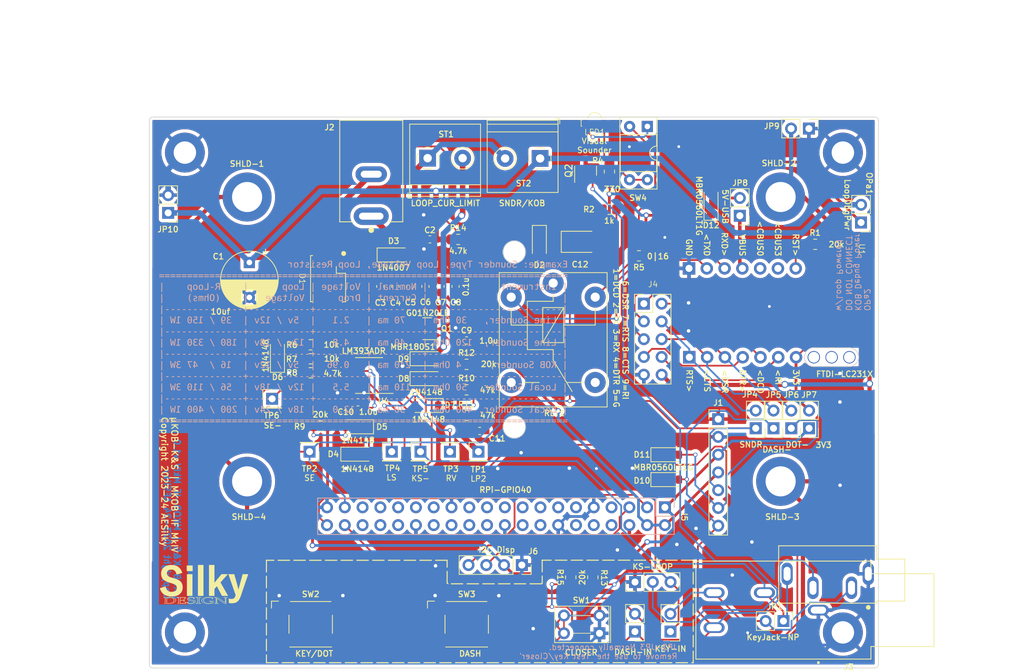
<source format=kicad_pcb>
(kicad_pcb (version 20221018) (generator pcbnew)
  (title_block (title "MuKOB / RPi / USB - Key/Paddle&Sounder Interface MkIV") (date "2024-06-17") (rev "1.0") (company "Silky Design AES") (comment 1 "Copyright AESilky 2023-24"))
  (layers (0 "F.Cu" mixed) (31 "B.Cu" mixed) (34 "B.Paste" user) (35 "F.Paste" user) (36 "B.SilkS" user "B.Silkscreen") (37 "F.SilkS" user "F.Silkscreen") (38 "B.Mask" user) (39 "F.Mask" user) (44 "Edge.Cuts" user))
  (net 0 "")
  (net 1 "GND")
  (net 2 "/LOOP_PWR")
  (net 3 "Net-(D3-A)")
  (net 4 "+5V")
  (net 5 "/LP2")
  (net 6 "/V3.3I")
  (net 7 "/OFFSET_REF_V")
  (net 8 "/LOOP_STATE")
  (net 9 "/RESET-")
  (net 10 "/LP1")
  (net 11 "/RXD")
  (net 12 "/TXD")
  (net 13 "+3.3V")
  (net 14 "/SNDR_EN")
  (net 15 "/KEY_PDL-")
  (net 16 "/PDL_DASH-")
  (net 17 "/KOB_KEY-")
  (net 18 "Net-(LED1-A)")
  (net 19 "/SNDR_EN-")
  (net 20 "/KEY_PDL_DOT-")
  (net 21 "/V5I")
  (net 22 "Net-(D4-A)")
  (net 23 "Net-(D5-A)")
  (net 24 "Net-(D6-A)")
  (net 25 "Net-(D7-K)")
  (net 26 "Net-(D9-K)")
  (net 27 "/DASH-")
  (net 28 "/DOT-")
  (net 29 "Net-(J4-Pin_1)")
  (net 30 "/DTR")
  (net 31 "/DSR")
  (net 32 "/RTS")
  (net 33 "/CTS")
  (net 34 "/RI")
  (net 35 "Earth")
  (net 36 "/SDA")
  (net 37 "/SCL")
  (net 63 "/VBUS")
  (net 64 "Net-(Q2-B)")
  (net 65 "/LPI_B")
  (net 68 "/LPI_A")
  (net 69 "/SER")
  (net 70 "/SLG")
  (net 71 "/SEL")
  (net 72 "/SLG-C")
  (net 73 "Net-(R5-Pad2)")
  (footprint "Diode_SMD:D_SOD-123" (layer "F.Cu") (at 95.7706 134.7472 180)
    (fp_text reference "D7")
    (fp_text value "1N4148")
  )
  (footprint "Resistor_SMD:R_0805_2012Metric_Pad1.20x1.40mm_HandSolder" (layer "F.Cu") (at 101.4674 128.870133)
    (fp_text reference "R12")
    (fp_text value "20k")
  )
  (footprint "Capacitor_SMD:C_0603_1608Metric_Pad1.08x0.95mm_HandSolder" (layer "F.Cu") (at 97.7478 117.729 90)
    (fp_text reference "C7")
    (fp_text value "0.1u")
  )
  (footprint "Connector_PinSocket_2.54mm:PinSocket_1x04_P2.54mm_Vertical" (layer "F.Cu") (at 109.37 157.556 -90)
    (fp_text reference "J6")
    (fp_text value "I2C Disp")
  )
  (footprint "Connector_PinHeader_2.54mm:PinHeader_1x07_P2.54mm_Vertical" (layer "F.Cu") (at 137.414 136.696)
    (fp_text reference "J1")
    (fp_text value "MuKOB IF")
  )
  (footprint "Relay_THT:Relay_SPDT_Finder_36.11" (layer "F.Cu") (at 113.8484 117.2588 -90)
    (fp_text reference "RLY1")
    (fp_text value "RELAY-5v|3v-DPST")
  )
  (footprint "Connector_PinHeader_2.54mm:PinHeader_1x01_P2.54mm_Vertical" (layer "F.Cu") (at 94.8886 141.352)
    (fp_text reference "TP5")
    (fp_text value "KS-")
  )
  (footprint "AES_Library:AES-CUI_SJ-63063B-audio-jack" (layer "F.Cu") (at 151.7214 163.9978 180)
    (fp_text reference "J3")
    (fp_text value "KEY-PADDLE")
  )
  (footprint "Capacitor_SMD:C_0603_1608Metric_Pad1.08x0.95mm_HandSolder" (layer "F.Cu") (at 93.4474 117.729 90)
    (fp_text reference "C5")
    (fp_text value "0.1u")
  )
  (footprint "MountingHole:MountingHole_3.2mm_M3_ISO7380_Pad_TopBottom" (layer "F.Cu") (at 61.2394 167.1828)
    (fp_text reference "M_KSI4" hide)
    (fp_text value "MountingHole_Pad")
  )
  (footprint "Diode_SMD:D_SOD-123" (layer "F.Cu") (at 91.0584 113.2338)
    (fp_text reference "D3")
    (fp_text value "1N4007")
  )
  (footprint "AES_Library:CUI_SJ1-3534NG-audio-jack" (layer "F.Cu") (at 158.8494 158.8078 180)
    (fp_text reference "J7")
    (fp_text value "KEY-PADDLE-1_8")
  )
  (footprint "Connector_PinHeader_2.54mm:PinHeader_1x02_P2.54mm_Vertical" (layer "F.Cu") (at 125.52 167.07 180)
    (fp_text reference "JP3" hide)
    (fp_text value "DASH-IN")
  )
  (footprint "AES_Library:AES-BridgeRect-HDS20M-13-1KV-2A" (layer "F.Cu") (at 81.5964 116.6218 -90)
    (fp_text reference "D1")
    (fp_text value "HDS20M")
  )
  (footprint "Diode_SMD:D_SOD-123" (layer "F.Cu") (at 136.389 105.9155 90)
    (fp_text reference "D12")
    (fp_text value "MBR0560LT1G")
  )
  (footprint "Connector_PinHeader_2.54mm:PinHeader_1x02_P2.54mm_Vertical" (layer "F.Cu") (at 150.391 138.011 180)
    (fp_text reference "JP7")
    (fp_text value "3V3")
  )
  (footprint "Resistor_SMD:R_0805_2012Metric_Pad1.20x1.40mm_HandSolder" (layer "F.Cu") (at 119.505 159.309 90)
    (fp_text reference "R13")
    (fp_text value "20k" hide)
  )
  (footprint "TerminalBlock_Philmore:TerminalBlock_Philmore_TB132_1x02_P5.00mm_Horizontal" (layer "F.Cu") (at 95.9114 99.3978)
    (fp_text reference "ST1")
    (fp_text value "LOOP_CUR_LIMIT")
  )
  (footprint "Diode_SMD:D_SOD-123" (layer "F.Cu") (at 74.458 127.656 90)
    (fp_text reference "D6")
    (fp_text value "1N4148")
  )
  (footprint "Connector_PinHeader_2.54mm:PinHeader_1x01_P2.54mm_Vertical" (layer "F.Cu") (at 73.7044 133.7958)
    (fp_text reference "TP6")
    (fp_text value "SE-")
  )
  (footprint "Diode_SMD:D_SOD-123" (layer "F.Cu") (at 130.1565 141.792)
    (fp_text reference "D11")
    (fp_text value "MBR0560LT1G")
  )
  (footprint "Resistor_SMD:R_0805_2012Metric_Pad1.20x1.40mm_HandSolder" (layer "F.Cu") (at 80.62 137.698 180)
    (fp_text reference "R9")
    (fp_text value "20k")
  )
  (footprint "Package_DIP:DIP-4_W7.62mm_Socket" (layer "F.Cu") (at 127.2954 94.8648 -90)
    (fp_text reference "SW4")
    (fp_text value "SW_DIP_x02")
  )
  (footprint "Capacitor_SMD:C_0603_1608Metric_Pad1.08x0.95mm_HandSolder" (layer "F.Cu") (at 91.2972 117.729 90)
    (fp_text reference "C4")
    (fp_text value "0.1u")
  )
  (footprint "Diode_SMD:D_SOD-123" (layer "F.Cu") (at 95.7706 130.9102)
    (fp_text reference "D8")
    (fp_text value "1N4148")
  )
  (footprint "AES_Library:AES-FTDI_LC231X" (layer "F.Cu") (at 160.17 121.504 -90)
    (fp_text reference "U1")
    (fp_text value "FTDI-LC231X")
  )
  (footprint "Connector_PinHeader_2.54mm:PinHeader_1x01_P2.54mm_Vertical" (layer "F.Cu") (at 103.163 141.352)
    (fp_text reference "TP1")
    (fp_text value "LP2")
  )
  (footprint "AES_Library:AES-LED_SMD_SIDEVIEW_Harvatek" (layer "F.Cu") (at 119.7864 93.8888 90)
    (fp_text reference "LED1")
    (fp_text value "VIS_SNDR")
  )
  (footprint "Capacitor_SMD:C_0603_1608Metric_Pad1.08x0.95mm_HandSolder" (layer "F.Cu") (at 85.9634 134.3028 180)
    (fp_text reference "C10")
    (fp_text value "1.0u")
  )
  (footprint "Resistor_SMD:R_0805_2012Metric_Pad1.20x1.40mm_HandSolder" (layer "F.Cu") (at 101.4674 136.1448 180)
    (fp_text reference "R11")
    (fp_text value "47k")
  )
  (footprint "Resistor_SMD:R_0805_2012Metric_Pad1.20x1.40mm_HandSolder" (layer "F.Cu") (at 121.878 106.718 180)
    (fp_text reference "R2")
    (fp_text value "1k")
  )
  (footprint "Connector_PinHeader_2.54mm:PinHeader_1x02_P2.54mm_Vertical" (layer "F.Cu") (at 157.817 108.597 180)
    (fp_text reference "OPa1")
    (fp_text value "LoopDbgPwr")
  )
  (footprint "Resistor_SMD:R_0805_2012Metric_Pad1.20x1.40mm_HandSolder" (layer "F.Cu") (at 151.26 111.713)
    (fp_text reference "R1")
    (fp_text value "20k")
  )
  (footprint "Connector_PinHeader_2.54mm:PinHeader_1x01_P2.54mm_Vertical" (layer "F.Cu") (at 79.0506 141.352 180)
    (fp_text reference "TP2")
    (fp_text value "SE")
  )
  (footprint "Resistor_SMD:R_0805_2012Metric_Pad1.20x1.40mm_HandSolder" (layer "F.Cu") (at 101.4674 132.507466)
    (fp_text reference "R10")
    (fp_text value "47k")
  )
  (footprint "MountingHole:MountingHole_3.2mm_M3_ISO7380_Pad_TopBottom" (layer "F.Cu") (at 61.2394 98.6028)
    (fp_text reference "M_KSI1" hide)
    (fp_text value "MountingHole_Pad")
  )
  (footprint "Connector_PinHeader_2.54mm:PinHeader_1x03_P2.54mm_Vertical" (layer "F.Cu") (at 125.528 159.983 90)
    (fp_text reference "OP1" hide)
    (fp_text value "KS-LOOP")
  )
  (footprint "Connector_PinHeader_2.54mm:PinHeader_1x01_P2.54mm_Vertical" (layer "F.Cu") (at 90.788 141.352)
    (fp_text reference "TP4")
    (fp_text value "LS")
  )
  (footprint "Resistor_SMD:R_0805_2012Metric_Pad1.20x1.40mm_HandSolder" (layer "F.Cu") (at 79.197 130.077)
    (fp_text reference "R8")
    (fp_text value "4.7k")
  )
  (footprint "Capacitor_SMD:C_0603_1608Metric_Pad1.08x0.95mm_HandSolder" (layer "F.Cu") (at 89.147 117.729 90)
    (fp_text reference "C3")
    (fp_text value "0.1u")
  )
  (footprint "Capacitor_SMD:C_0603_1608Metric_Pad1.08x0.95mm_HandSolder" (layer "F.Cu") (at 96.238 111.01 180)
    (fp_text reference "C2")
    (fp_text value "0.1u")
  )
  (footprint "Diode_SMD:D_SOD-123" (layer "F.Cu") (at 85.87 141.705)
    (fp_text reference "D4")
    (fp_text value "1N4148")
  )
  (footprint "Connector_PinHeader_2.54mm:PinHeader_1x02_P2.54mm_Vertical" (layer "F.Cu") (at 147.851 138.011 180)
    (fp_text reference "JP6")
    (fp_text value "DOT-")
  )
  (footprint "AES_Library:SILKY-DESIGN-logo-0_50-AES" (layer "F.Cu") (at 64.0334 160.3248)
    (fp_text reference "G1" hide)
    (fp_text value "LOGO" hide)
  )
  (footprint "Resistor_SMD:R_0805_2012Metric_Pad1.20x1.40mm_HandSolder" (layer "F.Cu") (at 79.197 128.075 180)
    (fp_text reference "R7")
    (fp_text value "10k")
  )
  (footprint "MountingHole:MountingHole_4.3mm_M4_ISO14580_Pad_TopBottom" (layer "F.Cu") (at 70.1294 104.9528)
    (fp_text reference "SHLD-1")
    (fp_text value "MountingHole_Pad" hide)
  )
  (footprint "Capacitor_Tantalum_SMD:CP_EIA-3528-12_Kemet-T_Pad1.50x2.35mm_HandSolder" (layer "F.Cu") (at 117.6314 111.3528)
    (fp_text reference "C12")
    (fp_text value "10uf Tant")
  )
  (footprint "Resistor_SMD:R_0805_2012Metric_Pad1.20x1.40mm_HandSolder" (layer "F.Cu") (at 100.276 111.012)
    (fp_text reference "R14")
    (fp_text value "4.7k")
  )
  (footprint "MountingHole:MountingHole_4.3mm_M4_ISO14580_Pad_TopBottom" (layer "F.Cu") (at 146.3294 104.9528)
    (fp_text reference "SHLD-2")
    (fp_text value "MountingHole_Pad" hide)
  )
  (footprint "AES_Library:AES-SW-TGL-Micro-DPST-CIT" (layer "F.Cu") (at 120.462 167.309 -90)
    (fp_text reference "SW1")
    (fp_text value "CLOSER")
  )
  (footprint "Capacitor_THT:CP_Radial_D8.0mm_P5.00mm" (layer "F.Cu") (at 70.4534 114.304149 -90)
    (fp_text reference "C1")
    (fp_text value "10uf")
  )
  (footprint "Resistor_SMD:R_0805_2012Metric_Pad1.20x1.40mm_HandSolder" (layer "F.Cu") (at 121.878 101.32 90)
    (fp_text reference "R4")
    (fp_text value "330")
  )
  (footprint "Connector_PinHeader_2.54mm:PinHeader_1x02_P2.54mm_Vertical" (layer "F.Cu") (at 130.59 167.07 180)
    (fp_text reference "JP2" hide)
    (fp_text value "KEY-IN")
  )
  (footprint "Connector_PinHeader_2.54mm:PinHeader_1x02_P2.54mm_Vertical" (layer "F.Cu") (at 146.728 165.562 -90)
    (fp_text reference "JP1")
    (fp_text value "KeyJack-NP")
  )
  (footprint "AES_Library:AES-CUI_PJ-037B" (layer "F.Cu") (at 87.8564 107.6928 90)
    (fp_text reference "J2")
    (fp_text value "LOOP PWR" hide)
  )
  (footprint "AES_Library:AES-SW_PUSH_SMD_1P1T_NO_6x6mm" (layer "F.Cu") (at 101.487 166.019)
    (fp_text reference "SW3")
    (fp_text value "DASH")
  )
  (footprint "AES_Library:PinHeader_2x05_DB9-Order" (layer "F.Cu") (at 128.085 118.4028)
    (fp_text reference "J4")
    (fp_text value "COMM-DCE-10" hide)
  )
  (footprint "MountingHole:MountingHole_3.2mm_M3_ISO7380_Pad_TopBottom" (layer "F.Cu") (at 155.2194 98.6028)
    (fp_text reference "M_KSI2" hide)
    (fp_text value "MountingHole_Pad")
  )
  (footprint "TerminalBlock_Philmore:TerminalBlock_Philmore_TB132_1x02_P5.00mm_Horizontal" (layer "F.Cu") (at 111.9794 99.4428 180)
    (fp_text reference "ST2")
    (fp_text value "SNDR/KOB")
  )
  (footprint "MountingHole:MountingHole_4.3mm_M4_ISO14580_Pad_TopBottom" (layer "F.Cu") (at 70.1294 145.5928)
    (fp_text reference "SHLD-4")
    (fp_text value "MountingHole_Pad" hide)
  )
  (footprint "Capacitor_SMD:C_0603_1608Metric_Pad1.08x0.95mm_HandSolder" (layer "F.Cu") (at 95.5976 117.729 90)
    (fp_text reference "C6")
    (fp_text value "0.1u")
  )
  (footprint "Diode_SMD:D_SOD-123" (layer "F.Cu") (at 95.7706 128.064)
    (fp_text reference "D9")
    (fp_text value "MBR180S1")
  )
  (footprint "Connector_PinHeader_2.54mm:PinHeader_1x02_P2.54mm_Vertical" (layer "F.Cu") (at 140.501 107.629 180)
    (fp_text reference "JP8")
    (fp_text value "5V-USB")
  )
  (footprint "Connector_PinHeader_2.54mm:PinHeader_1x01_P2.54mm_Vertical" (layer "F.Cu") (at 99.095 141.352 180)
    (fp_text reference "TP3")
    (fp_text value "RV")
  )
  (footprint "AES_Library:AES-SW_PUSH_SMD_1P1T_NO_6x6mm" (layer "F.Cu") (at 79.207 166.019)
    (fp_text reference "SW2")
    (fp_text value "KEY/DOT")
  )
  (footprint "Resistor_SMD:R_0805_2012Metric_Pad1.20x1.40mm_HandSolder" (layer "F.Cu") (at 116.353 159.309 90)
    (fp_text reference "R15")
    (fp_text value "20k")
  )
  (footprint "Diode_SMD:D_SOD-123" (layer "F.Cu") (at 130.1565 145.341)
    (fp_text reference "D10")
    (fp_text value "MBR0560LT1G" hide)
  )
  (footprint "Resistor_SMD:R_0805_2012Metric_Pad1.20x1.40mm_HandSolder" (layer "F.Cu") (at 79.197 126.073)
    (fp_text reference "R6")
    (fp_text value "10k")
  )
  (footprint "Package_TO_SOT_SMD:SOT-23" (layer "F.Cu") (at 118.474 101.193 90)
    (fp_text reference "Q2")
    (fp_text value "MMBT3904")
  )
  (footprint "Connector_PinHeader_2.54mm:PinHeader_1x02_P2.54mm_Vertical" (layer "F.Cu") (at 58.8524 107.2218 180)
    (fp_text reference "JP10")
    (fp_text value "EX-PWR")
  )
  (footprint "Diode_SMD:D_SOD-123" (layer "F.Cu") (at 111.8644 111.3753 -90)
    (fp_text reference "D2")
    (fp_text value "MBR0560LT1G")
  )
  (footprint "Resistor_SMD:R_0805_2012Metric_Pad1.20x1.40mm_HandSolder" (layer "F.Cu") (at 126.0894 113.3618 180)
    (fp_text reference "R5")
    (fp_text value "0|16")
  )
  (footprint "MountingHole:MountingHole_3.2mm_M3_ISO7380_Pad_TopBottom" (layer "F.Cu") (at 155.2194 167.1828)
    (fp_text reference "M_KSI3" hide)
    (fp_text value "MountingHole_Pad")
  )
  (footprint "Connector_PinHeader_2.54mm:PinHeader_1x02_P2.54mm_Vertical" (layer "F.Cu") (at 150.3644 95.1718 -90)
    (fp_text reference "JP9")
    (fp_text value "Shield_GND")
  )
  (footprint "Connector_PinHeader_2.54mm:PinHeader_1x02_P2.54mm_Vertical" (layer "F.Cu") (at 145.311 138.011 180)
    (fp_text reference "JP5")
    (fp_text value "DASH-")
  )
  (footprint "Capacitor_SMD:C_0603_1608Metric_Pad1.08x0.95mm_HandSolder" (layer "F.Cu") (at 99.898 117.729 -90)
    (fp_text reference "C8")
    (fp_text value "0.1u")
  )
  (footprint "Connector_PinHeader_2.54mm:PinHeader_1x02_P2.54mm_Vertical" (layer "F.Cu") (at 142.771 138.011 180)
    (fp_text reference "JP4")
    (fp_text value "SNDR")
  )
  (footprint "MountingHole:MountingHole_4.3mm_M4_ISO14580_Pad_TopBottom" (layer "F.Cu") (at 146.3294 145.5928)
    (fp_text reference "SHLD-3")
    (fp_text value "MountingHole_Pad" hide)
  )
  (footprint "Package_TO_SOT_SMD:SOT-23" (layer "F.Cu") (at 95.8545 123.775 180)
    (fp_text reference "Q1")
    (fp_text value "G01N20LE")
  )
  (footprint "Diode_SMD:D_SOD-123" (layer "F.Cu") (at 85.825 137.801 180)
    (fp_text reference "D5")
    (fp_text value "1N4148")
  )
  (footprint "Capacitor_SMD:C_0603_1608Metric_Pad1.08x0.95mm_HandSolder" (layer "F.Cu") (at 103.3394 138.3888 180)
    (fp_text reference "C11")
    (fp_text value "0.1u")
  )
  (footprint "Package_SO:SOIC-8_3.9x4.9mm_P1.27mm" (layer "F.Cu") (at 87.539 130.465 180)
    (fp_text reference "U4")
    (fp_text value "LM393ADR")
  )
  (footprint "Capacitor_SMD:C_0603_1608Metric_Pad1.08x0.95mm_HandSolder" (layer "F.Cu") (at 101.4674 125.4528)
    (fp_text reference "C9")
    (fp_text value "1.0u")
  )
  (footprint "Connector_PinSocket_2.54mm:PinSocket_2x20_P2.54mm_Vertical" (layer "B.Cu") (at 129.801 149.308 90)
    (fp_text reference "J5")
    (fp_text value "RPi-GPIO40")
  )
  (gr_poly locked (pts (xy 72.886 156.903) (xy 72.886 171.508) (xy 133.846 171.508) (xy 133.846 156.903) (xy 133.805 156.862) (xy 112.283 156.862) (xy 112.275 156.87) (xy 112.275 160.143) (xy 112.182 160.236) (xy 98.823 160.236) (xy 98.697 160.11) (xy 98.697 156.875) (xy 72.914 156.875)) (stroke (width 0.15) (type dash)) (fill none) (layer "F.SilkS"))
  (gr_circle (center 108.2894 112.8153) (end 109.8894 112.8153) (stroke (width 0.1)) (fill none) (layer "Edge.Cuts"))
  (gr_line (start 151.0694 129.174646) (end 156.1264 129.174646) (stroke (width 0.1)) (layer "Edge.Cuts"))
  (gr_line locked (start 56.1594 171.7548) (end 56.1594 94.0308) (stroke (width 0.1)) (layer "Edge.Cuts"))
  (gr_arc locked (start 56.6674 172.2628) (mid 56.30819 172.11401) (end 56.1594 171.7548) (stroke (width 0.1)) (layer "Edge.Cuts"))
  (gr_circle (center 108.2894 137.8153) (end 109.8894 137.8153) (stroke (width 0.1)) (fill none) (layer "Edge.Cuts"))
  (gr_arc locked (start 159.7914 93.5228) (mid 160.15061 93.67159) (end 160.2994 94.0308) (stroke (width 0.1)) (layer "Edge.Cuts"))
  (gr_arc (start 151.0694 129.174646) (mid 149.731554 127.8368) (end 151.0694 126.498954) (stroke (width 0.1)) (layer "Edge.Cuts"))
  (gr_line locked (start 159.7914 172.2628) (end 56.6674 172.2628) (stroke (width 0.1)) (layer "Edge.Cuts"))
  (gr_arc locked (start 56.1594 94.0308) (mid 56.30819 93.67159) (end 56.6674 93.5228) (stroke (width 0.1)) (layer "Edge.Cuts"))
  (gr_line locked (start 160.2994 94.0308) (end 160.2994 171.7548) (stroke (width 0.1)) (layer "Edge.Cuts"))
  (gr_line (start 151.0694 126.498954) (end 156.120554 126.498954) (stroke (width 0.1)) (layer "Edge.Cuts"))
  (gr_arc (start 156.1394 126.498821) (mid 157.472379 127.8318) (end 156.1394 129.164779) (stroke (width 0.1)) (layer "Edge.Cuts"))
  (gr_line locked (start 56.6674 93.5228) (end 159.7914 93.5228) (stroke (width 0.1)) (layer "Edge.Cuts"))
  (gr_arc locked (start 160.2994 171.7548) (mid 160.15061 172.11401) (end 159.7914 172.2628) (stroke (width 0.1)) (layer "Edge.Cuts"))
  (gr_text "μKOB-K&S | MKOB-IF MkIV v1.0\nCopyright 2023-24 AESilky" (at 58.1674 162.5648 270) (layer "B.Cu") (effects (font (size 0.889 0.889) (thickness 0.22225) bold) (justify left bottom mirror)))
  (gr_text "Example: Sounder Type, Loop Voltage, Loop Resistor\n=========================================================================\n| Instrument             | Nominal | Voltage | Loop      |    R-Loop    |\n|                        | Current | Drop    | Voltage   |    (Ohms)    |\n|------------------------+---------+---------+-----------+--------------|\n| Line Sounder,   30 Ohm |   70 ma |   2.1   |  5v / 12v |  39 / 150 1W |\n|------------------------+---------+---------+-----------+--------------|\n| Line Sounder,  120 Ohm |   40 ma |   4.8   | 12v / 18v | 180 / 330 1W |\n|------------------------+---------+---------+-----------+--------------|\n| KOB Sounder,     4 Ohm |  240 ma |   0.96  |  5v / 12v |  16 /  47 3W |\n|------------------------+---------+---------+-----------+--------------|\n| Local Sounder,  50 Ohm |  110 ma |   5.5   | 12v / 18v |  56 / 110 3W |\n|------------------------+---------+---------+-----------+--------------|\n| Local Sounder, 400 Ohm |   30 ma |  12.0   | 18v / 24v | 200 / 400 1W |\n=========================================================================" (at 115.9374 137.5318) (layer "B.SilkS") (effects (font (size 0.95 0.95) (thickness 0.1)) (justify left bottom mirror)))
  (gr_text "OPa2\nKOB Debug Power\nDO NOT CONNECT\nw/Loop Powered" (at 154.2774 121.2878 -90) (layer "B.SilkS") (effects (font (size 0.8128 0.8128) (thickness 0.1016)) (justify left bottom mirror)))
  (gr_text "JP2-JP3 Normally connected.\nRemove to use the 'Test Key/Closer'" (at 131.6424 171.0558) (layer "B.SilkS") (effects (font (size 0.8 0.8) (thickness 0.1)) (justify left bottom mirror)))
  (gr_text "μKOB-K&S | MKOB-IF MkIV\nCopyright 2023-24 AESilky" (at 57.809 136.283 270) (layer "F.SilkS") (effects (font (size 0.889 0.889)) (justify left bottom)))
  (gr_text " 6=DSR 7=RTS 8=CTS 9=RI\n1=DCD 2=TX 3=RX 4=DTR 5=G" (at 122.3744 125.0988 270) (layer "F.SilkS") (effects (font (size 0.8125 0.8125)) (justify bottom)))
  (gr_text "Visual\nSounder" (at 119.738 98.74) (layer "F.SilkS") (effects (font (size 0.8128 0.8128) (thickness 0.127) bold) (justify bottom)))
  (segment (start 94.1206 130.9102) (end 92.3422 129.1318) (width 0.4) (layer "F.Cu") (net 1))
  (segment (start 105.9784 143.7138) (end 105.9294 143.7628) (width 0.4) (layer "F.Cu") (net 1))
  (segment (start 92.3224 129.112) (end 91.7704 128.56) (width 0.4) (layer "F.Cu") (net 1))
  (segment (start 84.22 141.705) (end 84.22 143.7312) (width 0.4) (layer "F.Cu") (net 1))
  (segment (start 83.807 163.805) (end 83.807 161.9234) (width 0.4) (layer "F.Cu") (net 1))
  (segment (start 92.3422 129.1318) (end 92.3224 129.1318) (width 0.4) (layer "F.Cu") (net 1))
  (segment (start 102.4769 138.3888) (end 103.8179 139.7298) (width 0.4) (layer "F.Cu") (net 1))
  (segment (start 124.721 151.848) (end 124.721 153.6922) (width 0.4) (layer "F.Cu") (net 1))
  (segment (start 116.1524 143.7138) (end 105.9784 143.7138) (width 0.4) (layer "F.Cu") (net 1))
  (segment (start 106.087 161.9414) (end 106.0764 161.9308) (width 0.4) (layer "F.Cu") (net 1))
  (segment (start 99.898 118.5915) (end 99.898 119.9444) (width 0.4) (layer "F.Cu") (net 1))
  (segment (start 94.241 151.848) (end 94.241 154.8634) (width 0.4) (layer "F.Cu") (net 1))
  (segment (start 133.7994 152.3148) (end 131.5064 154.6078) (width 0.4) (layer "F.Cu") (net 1))
  (segment (start 86.8259 134.3028) (end 86.8259 132.9443) (width 0.4) (layer "F.Cu") (net 1))
  (segment (start 96.987 161.9284) (end 96.9784 161.9198) (width 0.4) (layer "F.Cu") (net 1))
  (segment (start 116.1774 143.7388) (end 116.1524 143.7138) (width 0.4) (layer "F.Cu") (net 1))
  (segment (start 76.0946 130.077) (end 76.0894 130.0718) (width 0.4) (layer "F.Cu") (net 1))
  (segment (start 83.807 161.9234) (end 83.8034 161.9198) (width 0.4) (layer "F.Cu") (net 1))
  (segment (start 76.0842 130.077) (end 75.229 130.077) (width 0.4) (layer "F.Cu") (net 1))
  (segment (start 99.898 119.9444) (end 99.9074 119.9538) (width 0.4) (layer "F.Cu") (net 1))
  (segment (start 106.087 163.805) (end 106.087 161.9414) (width 0.4) (layer "F.Cu") (net 1))
  (segment (start 95.3755 112.3719) (end 95.3844 112.3808) (width 0.4) (layer "F.Cu") (net 1))
  (segment (start 75.229 130.077) (end 74.458 129.306) (width 0.4) (layer "F.Cu") (net 1))
  (segment (start 94.241 154.8634) (end 97.0384 157.6608) (width 0.4) (layer "F.Cu") (net 1))
  (segment (start 92.3224 129.1318) (end 92.3224 129.112) (width 0.4) (layer "F.Cu") (net 1))
  (segment (start 74.707 163.769) (end 74.707 161.9272) (width 0.4) (layer "F.Cu") (net 1))
  (segment (start 134.2464 152.3148) (end 133.7994 152.3148) (width 0.4) (layer "F.Cu") (net 1))
  (segment (start 102.4674 136.1448) (end 102.4674 138.3793) (width 0.4) (layer "F.Cu") (net 1))
  (segment (start 119.9904 143.7388) (end 116.1774 143.7388) (width 0.4) (layer "F.Cu") (net 1))
  (segment (start 91.7704 128.56) (end 90.014 128.56) (width 0.4) (layer "F.Cu") (net 1))
  (segment (start 74.707 161.9272) (end 74.7084 161.9258) (width 0.4) (layer "F.Cu") (net 1))
  (segment (start 78.197 130.077) (end 76.0946 130.077) (width 0.4) (layer "F.Cu") (net 1))
  (segment (start 96.987 163.769) (end 96.987 161.9284) (width 0.4) (layer "F.Cu") (net 1))
  (segment (start 95.3755 111.01) (end 95.3755 112.3719) (width 0.4) (layer "F.Cu") (net 1))
  (segment (start 86.8259 132.9443) (end 86.8404 132.9298) (width 0.4) (layer "F.Cu") (net 1))
  (segment (start 125.1284 143.7388) (end 120.0424 143.7388) (width 0.4) (layer "F.Cu") (net 1))
  (segment (start 124.721 153.6922) (end 123.0144 155.3988) (width 0.4) (layer "F.Cu") (net 1))
  (segment (start 120.0164 143.7648) (end 119.9904 143.7388) (width 0.4) (layer "F.Cu") (net 1))
  (segment (start 125.1524 143.7148) (end 125.1284 143.7388) (width 0.4) (layer "F.Cu") (net 1))
  (segment (start 103.8179 139.7298) (end 106.0684 139.7298) (width 0.4) (layer "F.Cu") (net 1))
  (segment (start 120.0424 143.7388) (end 120.0164 143.7648) (width 0.4) (layer "F.Cu") (net 1))
  (segment (start 76.0894 130.0718) (end 76.0842 130.077) (width 0.4) (layer "F.Cu") (net 1))
  (segment (start 154.8054 130.1538) (end 154.8054 134.2578) (width 0.4) (layer "F.Cu") (net 1))
  (segment (start 84.22 143.7312) (end 84.2194 143.7318) (width 0.4) (layer "F.Cu") (net 1))
  (via (at 106.0764 161.9308) (size 0.8) (drill 0.5) (layers "F.Cu" "B.Cu") (net 1))
  (via (at 95.3844 112.3808) (size 0.8) (drill 0.5) (layers "F.Cu" "B.Cu") (net 1))
  (via (at 131.7784 97.7508) (size 0.6) (drill 0.4) (layers "F.Cu" "B.Cu") (net 1))
  (via (at 83.8034 161.9198) (size 0.8) (drill 0.5) (layers "F.Cu" "B.Cu") (net 1))
  (via (at 144.7244 120.5938) (size 0.6) (drill 0.4) (layers "F.Cu" "B.Cu") (net 1))
  (via (at 154.8054 130.1538) (size 0.8) (drill 0.5) (layers "F.Cu" "B.Cu") (net 1))
  (via (at 125.1524 143.7148) (size 0.8) (drill 0.5) (layers "F.Cu" "B.Cu") (net 1))
  (via (at 133.1804 124.0868) (size 0.8) (drill 0.5) (layers "F.Cu" "B.Cu") (net 1))
  (via (at 105.9294 143.7628) (size 0.8) (drill 0.5) (layers "F.Cu" "B.Cu") (net 1))
  (via (at 129.7864 110.7238) (size 0.6) (drill 0.4) (layers "F.Cu" "B.Cu") (net 1))
  (via (at 84.2194 143.7318) (size 0.8) (drill 0.5) (layers "F.Cu" "B.Cu") (net 1))
  (via (at 109.2654 141.5018) (size 0.8) (drill 0.5) (layers "F.Cu" "B.Cu") (net 1))
  (via (at 139.4274 158.9808) (size 0.8) (drill 0.5) (layers "F.Cu" "B.Cu") (net 1))
  (via (at 76.0894 130.0718) (size 0.8) (drill 0.5) (layers "F.Cu" "B.Cu") (net 1))
  (via (at 95.3424 107.4978) (size 0.8) (drill 0.5) (layers "F.Cu" "B.Cu") (net 1))
  (via (at 116.1524 143.7138) (size 0.8) (drill 0.5) (layers "F.Cu" "B.Cu") (net 1))
  (via (at 134.2464 152.3148) (size 0.8) (drill 0.5) (layers "F.Cu" "B.Cu") (net 1))
  (via (at 120.0164 143.7648) (size 0.6) (drill 0.4) (layers "F.Cu" "B.Cu") (net 1))
  (via (at 83.0324 132.9418) (size 0.8) (drill 0.5) (layers "F.Cu" "B.Cu") (net 1))
  (via (at 133.1804 120.0818) (size 0.8) (drill 0.5) (layers "F.Cu" "B.Cu") (net 1))
  (via (at 74.7084 161.9258) (size 0.8) (drill 0.5) (layers "F.Cu" "B.Cu") (net 1))
  (via (at 141.6154 167.2268) (size 0.6) (drill 0.4) (layers "F.Cu" "B.Cu") (net 1))
  (via (at 142.2244 154.2578) (size 0.8) (drill 0.5) (layers "F.Cu" "B.Cu") (net 1))
  (via (at 97.0384 157.6608) (size 0.8) (drill 0.5) (layers "F.Cu" "B.Cu") (net 1))
  (via (at 86.8404 132.9298) (size 0.8) (drill 0.5) (layers "F.Cu" "B.Cu") (net 1))
  (via (at 106.0684 139.7298) (size 0.8) (drill 0.5) (layers "F.Cu" "B.Cu") (net 1))
  (via (at 96.9784 161.9198) (size 0.8) (drill 0.5) (layers "F.Cu" "B.Cu") (net 1))
  (via (at 99.9074 119.9538) (size 0.8) (drill 0.5) (layers "F.Cu" "B.Cu") (net 1))
  (via (at 131.5064 154.6078) (size 0.8) (drill 0.5) (layers "F.Cu" "B.Cu") (net 1))
  (via (at 124.7304 97.7618) (size 0.6) (drill 0.4) (layers "F.Cu" "B.Cu") (net 1))
  (via (at 123.0144 155.3988) (size 0.8) (drill 0.5) (layers "F.Cu" "B.Cu") (net 1))
  (via (at 110.9874 166.6438) (size 0.8) (drill 0.5) (layers "F.Cu" "B.Cu") (net 1))
  (via (at 154.8054 134.2578) (size 0.8) (drill 0.5) (layers "F.Cu" "B.Cu") (net 1))
  (via (at 99.9114 123.6518) (size 0.8) (drill 0.5) (layers "F.Cu" "B.Cu") (net 1))
  (via (at 154.8174 146.1528) (size 0.8) (drill 0.5) (layers "F.Cu" "B.Cu") (net 1))
  (via (at 92.3224 129.1318) (size 0.8) (drill 0.5) (layers "F.Cu" "B.Cu") (net 1))
  (segment (start 96.9784 157.7208) (end 97.0384 157.6608) (width 0.4) (layer "B.Cu") (net 1))
  (segment (start 158.8494 158.8078) (end 158.8494 163.5528) (width 0.4) (layer "B.Cu") (net 1))
  (segment (start 151.7884 95.1718) (end 155.2194 98.6028) (width 0.4) (layer "B.Cu") (net 1))
  (segment (start 115.791 150.618) (end 118.331 150.618) (width 0.4) (layer "B.Cu") (net 1))
  (segment (start 84.2504 143.7628) (end 84.2194 143.7318) (width 0.4) (layer "B.Cu") (net 1))
  (segment (start 141.6154 167.2268) (end 143.3714 168.9828) (width 0.4) (layer "B.Cu") (net 1))
  (segment (start 118.1118 155.3988) (end 114.561 151.848) (width 0.4) (layer "B.Cu") (net 1))
  (segment (start 123.0144 155.3988) (end 118.1118 155.3988) (width 0.4) (layer "B.Cu") (net 1))
  (segment (start 119.641 149.308) (end 119.641 147.2024) (width 0.4) (layer "B.Cu") (net 1))
  (segment (start 99.9074 123.6478) (end 99.9114 123.6518) (width 0.4) (layer "B.Cu") (net 1))
  (segment (start 124.7834 97.7758) (end 131.7534 97.7758) (width 0.25) (layer "B.Cu") (net 1))
  (segment (start 105.9294 143.7628) (end 84.2504 143.7628) (width 0.4) (layer "B.Cu") (net 1))
  (segment (start 133.244 120.0182) (end 133.1804 120.0818) (width 0.4) (layer "B.Cu") (net 1))
  (segment (start 95.3844 112.3808) (end 95.3844 107.5398) (width 0.4) (layer "B.Cu") (net 1))
  (segment (start 106.0684 139.7298) (end 106.8244 139.7298) (width 0.4) (layer "B.Cu") (net 1))
  (segment (start 124.7694 97.7758) (end 124.7554 97.7758) (width 0.25) (layer "B.Cu") (net 1))
  (segment (start 158.8494 163.5528) (end 155.2194 167.1828) (width 0.4) (layer "B.Cu") (net 1))
  (segment (start 109.37 158.6372) (end 106.0764 161.9308) (width 0.4) (layer "B.Cu") (net 1))
  (segment (start 119.641 147.2024) (end 116.1524 143.7138) (width 0.4) (layer "B.Cu") (net 1))
  (segment (start 131.7534 97.7758) (end 131.7784 97.7508) (width 0.25) (layer "B.Cu") (net 1))
  (segment (start 99.9074 119.9538) (end 99.9074 123.6478) (width 0.4) (layer "B.Cu") (net 1))
  (segment (start 119.232 168.539) (end 112.8826 168.539) (width 0.4) (layer "B.Cu") (net 1))
  (segment (start 124.7554 97.7758) (end 124.7304 97.7618) (width 0.25) (layer "B.Cu") (net 1))
  (segment (start 133.244 115.154) (end 133.244 120.0182) (width 0.4) (layer "B.Cu") (net 1))
  (segment (start 106.0764 161.9308) (end 110.7894 166.6438) (width 0.4) (layer "B.Cu") (net 1))
  (segment (start 118.331 150.618) (end 119.641 149.308) (width 0.4) (layer "B.Cu") (net 1))
  (segment (start 150.3644 95.1718) (end 151.7884 95.1718) (width 0.4) (layer "B.Cu") (net 1))
  (segment (start 124.7304 97.7618) (end 124.7834 97.7758) (width 0.25) (layer "B.Cu") (net 1))
  (segment (start 96.9784 161.9198) (end 96.9784 157.7208) (width 0.4) (layer "B.Cu") (net 1))
  (segment (start 154.8174 134.2698) (end 154.8174 146.1528) (width 0.4) (layer "B.Cu") (net 1))
  (segment (start 114.561 151.848) (end 115.791 150.618) (width 0.4) (layer "B.Cu") (net 1))
  (segment (start 58.8524 100.9898) (end 61.2394 98.6028) (width 0.8128) (layer "B.Cu") (net 1))
  (segment (start 155.2194 167.1828) (end 152.0344 163.9978) (width 0.4) (layer "B.Cu") (net 1))
  (segment (start 66.4964 161.9258) (end 61.2394 167.1828) (width 0.4) (layer "B.Cu") (net 1))
  (segment (start 120.462 167.309) (end 119.232 168.539) (width 0.4) (layer "B.Cu") (net 1))
  (segment (start 112.8826 168.539) (end 110.9874 166.6438) (width 0.4) (layer "B.Cu") (net 1))
  (segment (start 83.0324 132.9418) (end 86.8284 132.9418) (width 0.4) (layer "B.Cu") (net 1))
  (segment (start 58.8524 104.6818) (end 58.8524 100.9898) (width 0.8128) (layer "B.Cu") (net 1))
  (segment (start 74.7084 161.9258) (end 66.4964 161.9258) (width 0.4) (layer "B.Cu") (net 1))
  (segment (start 86.8284 132.9418) (end 86.8404 132.9298) (width 0.4) (layer "B.Cu") (net 1))
  (segment (start 110.7894 166.6438) (end 110.9874 166.6438) (width 0.4) (layer "B.Cu") (net 1))
  (segment (start 143.3714 168.9828) (end 153.4194 168.9828) (width 0.4) (layer "B.Cu") (net 1))
  (segment (start 154.8054 134.2578) (end 154.8174 134.2698) (width 0.4) (layer "B.Cu") (net 1))
  (segment (start 133.1804 120.0818) (end 133.1804 124.0868) (width 0.4) (layer "B.Cu") (net 1))
  (segment (start 95.3844 107.5398) (end 95.3424 107.4978) (width 0.4) (layer "B.Cu") (net 1))
  (segment (start 106.8244 139.7298) (end 108.5964 141.5018) (width 0.4) (layer "B.Cu") (net 1))
  (segment (start 108.5964 141.5018) (end 109.2654 141.5018) (width 0.4) (layer "B.Cu") (net 1))
  (segment (start 109.37 157.556) (end 109.37 158.6372) (width 0.4) (layer "B.Cu") (net 1))
  (segment (start 97.1005 104.1229) (end 97.0984 104.1208) (width 0.8) (layer "F.Cu") (net 2))
  (segment (start 81.6764 115.321791) (end 85.598409 115.321791) (width 0.8) (layer "F.Cu") (net 2))
  (segment (start 99.276 111.012) (end 97.1025 111.012) (width 0.8) (layer "F.Cu") (net 2))
  (segment (start 80.3264 113.971791) (end 81.6764 115.321791) (width 0.8) (layer "F.Cu") (net 2))
  (segment (start 87.6864 113.2338) (end 89.4084 113.2338) (width 0.8) (layer "F.Cu") (net 2))
  (segment (start 85.598409 115.321791) (end 87.6864 113.2338) (width 0.8) (layer "F.Cu") (net 2))
  (segment (start 71.185749 113.5718) (end 70.4534 114.304149) (width 0.8) (layer "F.Cu") (net 2))
  (segment (start 80.3264 113.5718) (end 71.185749 113.5718) (width 0.8) (layer "F.Cu") (net 2))
  (segment (start 97.1005 111.01) (end 97.1005 104.1229) (width 0.8) (layer "F.Cu") (net 2))
  (via (at 97.0984 104.1208) (size 1) (drill 0.7) (layers "F.Cu" "B.Cu") (net 2))
  (segment (start 153.444008 106.057) (end 149.427208 110.0738) (width 0.8) (layer "B.Cu") (net 2))
  (segment (start 139.7458 110.0738) (end 129.1148 99.4428) (width 0.8) (layer "B.Cu") (net 2))
  (segment (start 58.8524 107.2218) (end 63.371051 107.2218) (width 0.8) (layer "B.Cu") (net 2))
  (segment (start 63.371051 107.2218) (end 70.4534 114.304149) (width 0.8) (layer "B.Cu") (net 2))
  (segment (start 157.817 106.057) (end 153.444008 106.057) (width 0.8) (layer "B.Cu") (net 2))
  (segment (start 97.0984 104.1208) (end 80.636749 104.1208) (width 0.8) (layer "B.Cu") (net 2))
  (segment (start 149.427208 110.0738) (end 139.7458 110.0738) (width 0.8) (layer "B.Cu") (net 2))
  (segment (start 111.9794 99.4428) (end 107.3014 104.1208) (width 0.8) (layer "B.Cu") (net 2))
  (segment (start 129.1148 99.4428) (end 111.9794 99.4428) (width 0.8) (layer "B.Cu") (net 2))
  (segment (start 80.636749 104.1208) (end 70.4534 114.304149) (width 0.8) (layer "B.Cu") (net 2))
  (segment (start 107.3014 104.1208) (end 97.0984 104.1208) (width 0.8) (layer "B.Cu") (net 2))
  (segment (start 95.5976 118.5915) (end 93.4474 118.5915) (width 0.25) (layer "F.Cu") (net 3))
  (segment (start 94.2364 97.7228) (end 97.5694 97.7228) (width 0.25) (layer "F.Cu") (net 3))
  (segment (start 97.7478 119.5072) (end 97.7478 118.5915) (width 0.25) (layer "F.Cu") (net 3))
  (segment (start 92.7084 99.2508) (end 94.2364 97.7228) (width 0.25) (layer "F.Cu") (net 3))
  (segment (start 92.7084 113.2338) (end 92.7084 99.2508) (width 0.25) (layer "F.Cu") (net 3))
  (segment (start 97.5694 97.7228) (end 98.255208 98.408608) (width 0.25) (layer "F.Cu") (net 3))
  (segment (start 101.276 120.1742) (end 100.5344 120.9158) (width 0.25) (layer "F.Cu") (net 3))
  (segment (start 93.4474 118.5915) (end 91.2972 118.5915) (width 0.25) (layer "F.Cu") (net 3))
  (segment (start 97.7478 118.5915) (end 95.5976 118.5915) (width 0.25) (layer "F.Cu") (net 3))
  (segment (start 98.255208 98.408608) (end 98.255208 107.991208) (width 0.25) (layer "F.Cu") (net 3))
  (segment (start 98.255208 107.991208) (end 101.276 111.012) (width 0.25) (layer "F.Cu") (net 3))
  (segment (start 100.5344 120.9158) (end 99.1564 120.9158) (width 0.25) (layer "F.Cu") (net 3))
  (segment (start 99.1564 120.9158) (end 97.7478 119.5072) (width 0.25) (layer "F.Cu") (net 3))
  (segment (start 101.276 111.012) (end 101.276 120.1742) (width 0.25) (layer "F.Cu") (net 3))
  (segment (start 91.2972 118.5915) (end 89.147 118.5915) (width 0.25) (layer "F.Cu") (net 3))
  (segment (start 116.0064 111.3528) (end 113.4919 111.3528) (width 0.4) (layer "F.Cu") (net 4))
  (segment (start 135.409 103.789901) (end 135.409 106.5855) (width 0.4) (layer "F.Cu") (net 4))
  (segment (start 135.409 106.5855) (end 136.389 107.5655) (width 0.4) (layer "F.Cu") (net 4))
  (segment (start 109.2672 107.798) (end 103.5434 113.5218) (width 0.4) (layer "F.Cu") (net 4))
  (segment (start 103.5434 113.5218) (end 103.5434 121.081022) (width 0.4) (layer "F.Cu") (net 4))
  (segment (start 121.8684 104.5098) (end 121.8684 107.418555) (width 0.4) (layer "F.Cu") (net 4))
  (segment (start 121.488955 107.798) (end 111.9074 107.798) (width 0.4) (layer "F.Cu") (net 4))
  (segment (start 127.0894 113.3618) (end 127.0894 107.6005) (width 0.4) (layer "F.Cu") (net 4))
  (segment (start 111.9074 107.798) (end 109.2672 107.798) (width 0.4) (layer "F.Cu") (net 4))
  (segment (start 121.8684 104.5098) (end 121.8684 102.3296) (width 0.4) (layer "F.Cu") (net 4))
  (segment (start 102.4674 128.870133) (end 102.4674 125.5903) (width 0.4) (layer "F.Cu") (net 4))
  (segment (start 127.1244 107.5655) (end 136.389 107.5655) (width 0.4) (layer "F.Cu") (net 4))
  (segment (start 102.479422 122.145) (end 93.3122 122.145) (width 0.4) (layer "F.Cu") (net 4))
  (segment (start 127.0894 107.6005) (end 127.1244 107.5655) (width 0.4) (layer "F.Cu") (net 4))
  (segment (start 137.414 144.316) (end 129.882 151.848) (width 0.4) (layer "F.Cu") (net 4))
  (segment (start 139.236101 99.9628) (end 135.409 103.789901) (width 0.4) (layer "F.Cu") (net 4))
  (segment (start 113.4919 111.3528) (end 111.8644 109.7253) (width 0.4) (layer "F.Cu") (net 4))
  (segment (start 93.3122 122.145) (end 89.3842 126.073) (width 0.4) (layer "F.Cu") (net 4))
  (segment (start 114.5524 135.504078) (end 107.918455 128.870133) (width 0.4) (layer "F.Cu") (net 4))
  (segment (start 102.3299 122.294522) (end 102.479422 122.145) (width 0.4) (layer "F.Cu") (net 4))
  (segment (start 114.5524 135.5348) (end 114.5524 135.504078) (width 0.4) (layer "F.Cu") (net 4))
  (segment (start 157.817 108.597) (end 149.1828 99.9628) (width 0.4) (layer "F.Cu") (net 4))
  (segment (start 111.8644 109.7253) (end 111.8644 107.841) (width 0.4) (layer "F.Cu") (net 4))
  (segment (start 111.8644 107.841) (end 111.9074 107.798) (width 0.4) (layer "F.Cu") (net 4))
  (segment (start 103.5434 121.081022) (end 102.479422 122.145) (width 0.4) (layer "F.Cu") (net 4))
  (segment (start 102.3299 125.4528) (end 102.3299 122.294522) (width 0.4) (layer "F.Cu") (net 4))
  (segment (start 121.8684 107.418555) (end 121.488955 107.798) (width 0.4) (layer "F.Cu") (net 4))
  (segment (start 107.918455 128.870133) (end 102.4674 128.870133) (width 0.4) (layer "F.Cu") (net 4))
  (segment (start 149.1828 99.9628) (end 139.236101 99.9628) (width 0.4) (layer "F.Cu") (net 4))
  (segment (start 89.3842 126.073) (end 80.197 126.073) (width 0.4) (layer "F.Cu") (net 4))
  (via (at 114.5524 135.5348) (size 0.8) (drill 0.5) (layers "F.Cu" "B.Cu") (net 4))
  (via (at 121.8684 104.5098) (size 0.8) (drill 0.5) (layers "F.Cu" "B.Cu") (net 4))
  (via (at 127.1244 107.5655) (size 0.8) (drill 0.5) (layers "F.Cu" "B.Cu") (net 4))
  (segment (start 126.4211 107.5655) (end 123.3654 104.5098) (width 0.4) (layer "B.Cu") (net 4))
  (segment (start 127.1244 107.5655) (end 126.4211 107.5655) (width 0.4) (layer "B.Cu") (net 4))
  (segment (start 126.031 150.618) (end 126.031 148.096487) (width 0.4) (layer "B.Cu") (net 4))
  (segment (start 126.031 148.096487) (end 114.5524 136.617887) (width 0.4) (layer "B.Cu") (net 4))
  (segment (start 123.3654 104.5098) (end 121.8684 104.5098) (width 0.4) (layer "B.Cu") (net 4))
  (segment (start 114.5524 136.617887) (end 114.5524 135.5348) (width 0.4) (layer "B.Cu") (net 4))
  (segment (start 127.261 151.848) (end 126.031 150.618) (width 0.4) (layer "B.Cu") (net 4))
  (segment (start 129.801 151.848) (end 127.261 151.848) (width 0.4) (layer "B.Cu") (net 4))
  (segment (start 100.7664 107.6008) (end 100.9114 107.4558) (width 0.8) (layer "F.Cu") (net 5))
  (segment (start 103.163 141.352) (end 100.4674 138.6564) (width 0.8) (layer "F.Cu") (net 5))
  (segment (start 97.4206 128.064) (end 97.4206 127.0946) (width 0.8) (layer "F.Cu") (net 5))
  (segment (start 100.4674 131.1108) (end 97.4206 128.064) (width 0.8) (layer "F.Cu") (net 5))
  (segment (start 100.4674 132.507466) (end 100.4674 131.1108) (width 0.8) (layer "F.Cu") (net 5))
  (segment (start 100.4674 136.1448) (end 100.4674 132.507466) (width 0.8) (layer "F.Cu") (net 5))
  (segment (start 100.4674 138.6564) (end 100.4674 136.1448) (width 0.8) (layer "F.Cu") (net 5))
  (segment (start 97.4206 127.0946) (end 98.1784 126.3368) (width 0.8) (layer "F.Cu") (net 5))
  (segment (start 100.9114 107.4558) (end 100.9114 99.3978) (width 0.8) (layer "F.Cu") (net 5))
  (via (at 100.7664 107.6008) (size 1) (drill 0.7) (layers "F.Cu" "B.Cu") (net 5))
  (via (at 98.1784 126.3368) (size 1) (drill 0.7) (layers "F.Cu" "B.Cu") (net 5))
  (segment (start 98.1784 110.1888) (end 100.7664 107.6008) (width 0.8) (layer "B.Cu") (net 5))
  (segment (start 98.1784 126.3368) (end 98.1784 110.1888) (width 0.8) (layer "B.Cu") (net 5))
  (segment (start 148.53 127.854) (end 148.53 133.61) (width 0.4) (layer "F.Cu") (net 6))
  (segment (start 152.26 124.124) (end 148.53 127.854) (width 0.25) (layer "F.Cu") (net 6))
  (segment (start 152.26 111.713) (end 152.26 124.124) (width 0.25) (layer "F.Cu") (net 6))
  (segment (start 148.53 133.61) (end 150.391 135.471) (width 0.4) (layer "F.Cu") (net 6))
  (segment (start 99.095 138.2892) (end 99.095 141.352) (width 0.25) (layer "F.Cu") (net 7))
  (segment (start 80.197 130.077) (end 80.197 128.075) (width 0.25) (layer "F.Cu") (net 7))
  (segment (start 80.317 127.955) (end 87.2056 127.955) (width 0.25) (layer "F.Cu") (net 7))
  (segment (start 94.376 132.5248) (end 95.6504 133.7992) (width 0.25) (layer "F.Cu") (net 7))
  (segment (start 91.6746 129.83) (end 94.3694 132.5248) (width 0.25) (layer "F.Cu") (net 7))
  (segment (start 95.6504 133.7992) (end 95.6504 136.0598) (width 0.25) (layer "F.Cu") (net 7))
  (segment (start 87.2056 127.955) (end 89.0806 129.83) (width 0.25) (layer "F.Cu") (net 7))
  (segment (start 94.3694 132.5248) (end 94.376 132.5248) (width 0.25) (layer "F.Cu") (net 7))
  (segment (start 90.014 129.83) (end 91.6746 129.83) (width 0.25) (layer "F.Cu") (net 7))
  (segment (start 89.0806 129.83) (end 90.014 129.83) (width 0.25) (layer "F.Cu") (net 7))
  (segment (start 99.0994 138.2848) (end 99.095 138.2892) (width 0.25) (layer "F.Cu") (net 7))
  (via (at 99.0994 138.2848) (size 0.6) (drill 0.4) (layers "F.Cu" "B.Cu") (net 7))
  (via (at 95.6504 136.0598) (size 0.6) (drill 0.4) (layers "F.Cu" "B.Cu") (net 7))
  (segment (start 95.6504 136.0968) (end 97.8384 138.2848) (width 0.25) (layer "B.Cu") (net 7))
  (segment (start 97.8384 138.2848) (end 99.0994 138.2848) (width 0.25) (layer "B.Cu") (net 7))
  (segment (start 95.6504 136.0598) (end 95.6504 136.0968) (width 0.25) (layer "B.Cu") (net 7))
  (segment (start 104.2019 138.3888) (end 104.2019 134.241966) (width 0.25) (layer "F.Cu") (net 8))
  (segment (start 90.788 141.352) (end 90.788 135.8354) (width 0.25) (layer "F.Cu") (net 8))
  (segment (start 90.4734 131.1) (end 94.1206 134.7472) (width 0.25) (layer "F.Cu") (net 8))
  (segment (start 104.2019 134.241966) (end 102.4674 132.507466) (width 0.25) (layer "F.Cu") (net 8))
  (segment (start 102.4674 132.507466) (end 102.4674 134.6928) (width 0.25) (layer "F.Cu") (net 8))
  (segment (start 90.788 135.8354) (end 89.7254 134.7728) (width 0.25) (layer "F.Cu") (net 8))
  (segment (start 102.4674 134.6928) (end 102.4684 134.6938) (width 0.25) (layer "F.Cu") (net 8))
  (segment (start 94.1254 133.1298) (end 94.1254 134.7424) (width 0.25) (layer "F.Cu") (net 8))
  (via (at 89.7254 134.7728) (size 0.6) (drill 0.4) (layers "F.Cu" "B.Cu") (net 8))
  (via (at 102.4684 134.6938) (size 0.6) (drill 0.4) (layers "F.Cu" "B.Cu") (net 8))
  (via (at 94.1254 133.1298) (size 0.6) (drill 0.4) (layers "F.Cu" "B.Cu") (net 8))
  (segment (start 92.4824 134.7728) (end 94.1254 133.1298) (width 0.25) (layer "B.Cu") (net 8))
  (segment (start 95.6894 134.6938) (end 94.1254 133.1298) (width 0.25) (layer "B.Cu") (net 8))
  (segment (start 89.7254 134.7728) (end 92.4824 134.7728) (width 0.25) (layer "B.Cu") (net 8))
  (segment (start 102.4684 134.6938) (end 95.6894 134.6938) (width 0.25) (layer "B.Cu") (net 8))
  (segment (start 150.26 111.713) (end 148.484 113.489) (width 0.25) (layer "F.Cu") (net 9))
  (segment (start 148.484 113.489) (end 148.484 115.154) (width 0.25) (layer "F.Cu") (net 9))
  (segment (start 94.8134 116.8665) (end 93.4474 116.8665) (width 0.8) (layer "F.Cu") (net 10))
  (segment (start 94.088 101.2212) (end 94.088 116.1411) (width 0.8) (layer "F.Cu") (net 10))
  (segment (start 91.2972 116.8665) (end 89.147 116.8665) (width 0.8) (layer "F.Cu") (net 10))
  (segment (start 95.5976 116.8665) (end 94.8134 116.8665) (width 0.8) (layer "F.Cu") (net 10))
  (segment (start 99.898 116.8665) (end 97.7478 116.8665) (width 0.8) (layer "F.Cu") (net 10))
  (segment (start 94.088 116.1411) (end 94.8134 116.8665) (width 0.8) (layer "F.Cu") (net 10))
  (segment (start 95.9114 99.3978) (end 94.088 101.2212) (width 0.8) (layer "F.Cu") (net 10))
  (segment (start 93.4474 116.8665) (end 91.2972 116.8665) (width 0.8) (layer "F.Cu") (net 10))
  (segment (start 97.7478 116.8665) (end 95.5976 116.8665) (width 0.8) (layer "F.Cu") (net 10))
  (segment (start 97.8614 97.4478) (end 95.9114 99.3978) (width 0.8) (layer "B.Cu") (net 10))
  (segment (start 104.9844 97.4478) (end 97.8614 97.4478) (width 0.8) (layer "B.Cu") (net 10))
  (segment (start 106.9794 99.4428) (end 104.9844 97.4478) (width 0.8) (layer "B.Cu") (net 10))
  (segment (start 138.324 115.154) (end 136.7 113.53) (width 0.25) (layer "F.Cu") (net 11))
  (segment (start 130.539688 113.53) (end 124.9714 119.098288) (width 0.25) (layer "F.Cu") (net 11))
  (segment (start 124.9714 123.4492) (end 126.795 125.2728) (width 0.25) (layer "F.Cu") (net 11))
  (segment (start 136.7 113.53) (end 130.539688 113.53) (width 0.25) (layer "F.Cu") (net 11))
  (segment (start 124.9714 119.098288) (end 124.9714 123.4492) (width 0.25) (layer "F.Cu") (net 11))
  (segment (start 135.784 115.154) (end 134.59 113.96) (width 0.25) (layer "F.Cu") (net 12))
  (segment (start 130.7178 113.96) (end 125.4684 119.2094) (width 0.25) (layer "F.Cu") (net 12))
  (segment (start 134.59 113.96) (end 130.7178 113.96) (width 0.25) (layer "F.Cu") (net 12))
  (segment (start 125.4684 119.2094) (end 125.4684 121.4062) (width 0.25) (layer "F.Cu") (net 12))
  (segment (start 125.4684 121.4062) (end 126.795 122.7328) (width 0.25) (layer "F.Cu") (net 12))
  (segment (start 108.06 158.786) (end 115.876 158.786) (width 0.4) (layer "F.Cu") (net 13))
  (segment (start 127.2674 154.2478) (end 127.2674 154.2628) (width 0.4) (layer "F.Cu") (net 13))
  (segment (start 81.62 146.819022) (end 79.4684 148.970622) (width 0.4) (layer "F.Cu") (net 13))
  (segment (start 119.505 158.309) (end 116.353 158.309) (width 0.4) (layer "F.Cu") (net 13))
  (segment (start 85.0654 134.2526) (end 81.62 137.698) (width 0.4) (layer "F.Cu") (net 13))
  (segment (start 81.62 137.698) (end 81.62 146.819022) (width 0.4) (layer "F.Cu") (net 13))
  (segment (start 115.876 158.786) (end 116.353 158.309) (width 0.4) (layer "F.Cu") (net 13))
  (segment (start 79.4684 148.970622) (end 79.4684 154.7568) (width 0.4) (layer "F.Cu") (net 13))
  (segment (start 85.0654 132.3714) (end 85.0654 134.2526) (width 0.4) (layer "F.Cu") (net 13))
  (segment (start 127.2674 154.2628) (end 123.2212 158.309) (width 0.4) (layer "F.Cu") (net 13))
  (segment (start 123.2212 158.309) (end 119.505 158.309) (width 0.4) (layer "F.Cu") (net 13))
  (segment (start 137.414 141.776) (end 129.882 149.308) (width 0.4) (layer "F.Cu") (net 13))
  (segment (start 106.83 157.556) (end 108.06 158.786) (width 0.4) (layer "F.Cu") (net 13))
  (via (at 79.4684 154.7568) (size 0.8) (drill 0.5) (layers "F.Cu" "B.Cu") (net 13))
  (via (at 127.2674 154.2478) (size 0.8) (drill 0.5) (layers "F.Cu" "B.Cu") (net 13))
  (segment (start 104.0308 154.7568) (end 106.83 157.556) (width 0.4) (layer "B.Cu") (net 13))
  (segment (start 129.1404 154.2478) (end 127.2674 154.2478) (width 0.4) (layer "B.Cu") (net 13))
  (segment (start 131.031 152.3572) (end 129.1404 154.2478) (width 0.4) (layer "B.Cu") (net 13))
  (segment (start 129.801 149.308) (end 131.031 150.538) (width 0.4) (layer "B.Cu") (net 13))
  (segment (start 139.3532 139.8368) (end 137.414 141.776) (width 0.4) (layer "B.Cu") (net 13))
  (segment (start 131.031 150.538) (end 131.031 152.3572) (width 0.4) (layer "B.Cu") (net 13))
  (segment (start 148.5652 139.8368) (end 139.3532 139.8368) (width 0.4) (layer "B.Cu") (net 13))
  (segment (start 150.391 138.011) (end 148.5652 139.8368) (width 0.4) (layer "B.Cu") (net 13))
  (segment (start 79.4684 154.7568) (end 104.0308 154.7568) (width 0.4) (layer "B.Cu") (net 13))
  (segment (start 76.7486 141.352) (end 70.8864 135.4898) (width 0.25) (layer "F.Cu") (net 14))
  (segment (start 70.8864 134.3038) (end 72.970421 132.219779) (width 0.25) (layer "F.Cu") (net 14))
  (segment (start 122.878 111.7462) (end 122.878 106.718) (width 0.25) (layer "F.Cu") (net 14))
  (segment (start 116.2224 118.4018) (end 122.878 111.7462) (width 0.25) (layer "F.Cu") (net 14))
  (segment (start 72.970421 132.219779) (end 81.480288 132.219779) (width 0.25) (layer "F.Cu") (net 14))
  (segment (start 131.6186 138.011) (end 142.771 138.011) (width 0.25) (layer "F.Cu") (net 14))
  (segment (start 116.2224 134.106999) (end 116.2224 118.4018) (width 0.25) (layer "F.Cu") (net 14))
  (segment (start 81.480288 132.219779) (end 83.0224 130.677667) (width 0.25) (layer "F.Cu") (net 14))
  (segment (start 116.2224 134.106999) (end 127.714599 134.106999) (width 0.25) (layer "F.Cu") (net 14))
  (segment (start 127.714599 134.106999) (end 131.6186 138.011) (width 0.25) (layer "F.Cu") (net 14))
  (segment (start 83.0224 130.677667) (end 83.0224 130.1908) (width 0.25) (layer "F.Cu") (net 14))
  (segment (start 83.0224 130.1908) (end 84.6532 128.56) (width 0.25) (layer "F.Cu") (net 14))
  (segment (start 70.8864 135.4898) (end 70.8864 134.3038) (width 0.25) (layer "F.Cu") (net 14))
  (segment (start 79.0506 141.352) (end 76.7486 141.352) (width 0.25) (layer "F.Cu") (net 14))
  (via (at 116.2224 134.106999) (size 0.6) (drill 0.4) (layers "F.Cu" "B.Cu") (net 14))
  (segment (start 79.0506 142.723) (end 79.0506 141.352) (width 0.25) (layer "B.Cu") (net 14))
  (segment (start 84.081 147.7534) (end 79.0506 142.723) (width 0.25) (layer "B.Cu") (net 14))
  (segment (start 108.209201 134.106999) (end 106.1664 136.1498) (width 0.25) (layer "B.Cu") (net 14))
  (segment (start 137.005583 138.011) (end 142.771 138.011) (width 0.25) (layer "B.Cu") (net 14))
  (segment (start 137.414 146.856) (end 136.259 145.701) (width 0.25) (layer "B.Cu") (net 14))
  (segment (start 103.634597 140.027) (end 80.3756 140.027) (width 0.25) (layer "B.Cu") (net 14))
  (segment (start 136.259 138.757583) (end 137.005583 138.011) (width 0.25) (layer "B.Cu") (net 14))
  (segment (start 106.1664 136.1498) (end 106.1664 137.495197) (width 0.25) (layer "B.Cu") (net 14))
  (segment (start 84.081 149.308) (end 84.081 147.7534) (width 0.25) (layer "B.Cu") (net 14))
  (segment (start 106.1664 137.495197) (end 103.634597 140.027) (width 0.25) (layer "B.Cu") (net 14))
  (segment (start 136.259 145.701) (end 136.259 138.757583) (width 0.25) (layer "B.Cu") (net 14))
  (segment (start 116.2224 134.106999) (end 108.209201 134.106999) (width 0.25) (layer "B.Cu") (net 14))
  (segment (start 80.3756 140.027) (end 79.0506 141.352) (width 0.25) (layer "B.Cu") (net 14))
  (segment (start 144.188 165.562) (end 140.8126 165.562) (width 0.25) (layer "F.Cu") (net 15))
  (segment (start 140.8126 165.562) (end 136.8214 161.5708) (width 0.25) (layer "F.Cu") (net 15))
  (segment (start 130.59 164.53) (end 133.6222 161.4978) (width 0.25) (layer "B.Cu") (net 15))
  (segment (start 147.883 165.584548) (end 147.883 166.7492) (width 0.25) (layer "B.Cu") (net 15))
  (segment (start 133.6222 161.4978) (end 136.8214 161.4978) (width 0.25) (layer "B.Cu") (net 15))
  (segment (start 147.8384 166.7938) (end 145.4198 166.7938) (width 0.25) (layer "B.Cu") (net 15))
  (segment (start 147.883 166.7492) (end 147.8384 166.7938) (width 0.25) (layer "B.Cu") (net 15))
  (segment (start 145.4198 166.7938) (end 144.188 165.562) (width 0.25) (layer "B.Cu") (net 15))
  (segment (start 150.528748 162.9388) (end 147.883 165.584548) (width 0.25) (layer "B.Cu") (net 15))
  (segment (start 154.3184 162.9388) (end 150.528748 162.9388) (width 0.25) (layer "B.Cu") (net 15))
  (segment (start 156.4494 160.8078) (end 154.3184 162.9388) (width 0.25) (layer "B.Cu") (net 15))
  (segment (start 110.7734 162.3258) (end 108.7566 160.309) (width 0.25) (layer "F.Cu") (net 16))
  (segment (start 125.52 164.53) (end 123.3158 162.3258) (width 0.25) (layer "F.Cu") (net 16))
  (segment (start 136.8214 166.4978) (end 134.514 164.1904) (width 0.25) (layer "F.Cu") (net 16))
  (segment (start 134.514 164.1904) (end 134.514 154.8682) (width 0.25) (layer "F.Cu") (net 16))
  (segment (start 135.0942 168.225) (end 136.8214 166.4978) (width 0.25) (layer "F.Cu") (net 16))
  (segment (start 123.3158 162.3258) (end 110.7734 162.3258) (width 0.25) (layer "F.Cu") (net 16))
  (segment (start 129.215 168.225) (end 135.0942 168.225) (width 0.25) (layer "F.Cu") (net 16))
  (segment (start 134.514 154.8682) (end 137.4394 151.9428) (width 0.25) (layer "F.Cu") (net 16))
  (segment (start 125.52 164.53) (end 129.215 168.225) (width 0.25) (layer "F.Cu") (net 16))
  (segment (start 108.7566 160.309) (end 92.542 160.309) (width 0.25) (layer "F.Cu") (net 16))
  (segment (start 132.92882 145.30022) (end 131.84728 145.30022) (width 0.25) (layer "F.Cu") (net 16))
  (segment (start 92.542 160.309) (end 84.081 151.848) (width 0.25) (layer "F.Cu") (net 16))
  (via (at 132.92882 145.30022) (size 0.6) (drill 0.4) (layers "F.Cu" "B.Cu") (net 16))
  (segment (start 139.7688 136.7408) (end 138.569 135.541) (width 0.25) (layer "B.Cu") (net 16))
  (segment (start 146.3284 160.249506) (end 146.1444 160.065506) (width 0.25) (layer "B.Cu") (net 16))
  (segment (start 145.311 138.011) (end 144.0408 136.7408) (width 0.25) (layer "B.Cu") (net 16))
  (segment (start 149.4274 156.8948) (end 150.9494 158.4168) (width 0.25) (layer "B.Cu") (net 16))
  (segment (start 136.8214 166.4978) (end 138.9122 164.407) (width 0.25) (layer "B.Cu") (net 16))
  (segment (start 146.1444 160.065506) (end 146.1444 157.5088) (width 0.25) (layer "B.Cu") (net 16))
  (segment (start 146.7584 156.8948) (end 149.4274 156.8948) (width 0.25) (layer "B.Cu") (net 16))
  (segment (start 132.92882 147.45082) (end 132.92882 145.30022) (width 0.25) (layer "B.Cu") (net 16))
  (segment (start 146.1444 157.5088) (end 146.7584 156.8948) (width 0.25) (layer "B.Cu") (net 16))
  (segment (start 136.2842 135.541) (end 132.92882 138.89638) (width 0.25) (layer "B.Cu") (net 16))
  (segment (start 138.9122 164.407) (end 144.1342 164.407) (width 0.25) (layer "B.Cu") (net 16))
  (segment (start 150.9494 158.4168) (end 150.9494 160.8078) (width 0.25) (layer "B.Cu") (net 16))
  (segment (start 144.0408 136.7408) (end 139.7688 136.7408) (width 0.25) (layer "B.Cu") (net 16))
  (segment (start 146.3284 162.2128) (end 146.3284 160.249506) (width 0.25) (layer "B.Cu") (net 16))
  (segment (start 137.414 151.936) (end 132.92882 147.45082) (width 0.25) (layer "B.Cu") (net 16))
  (segment (start 144.1342 164.407) (end 146.3284 162.2128) (width 0.25) (layer "B.Cu") (net 16))
  (segment (start 132.92882 138.89638) (end 132.92882 145.30022) (width 0.25) (layer "B.Cu") (net 16))
  (segment (start 138.569 135.541) (end 136.2842 135.541) (width 0.25) (layer "B.Cu") (net 16))
  (segment (start 146.728 164.2044) (end 144.0214 161.4978) (width 0.25) (layer "F.Cu") (net 17))
  (segment (start 90.014 132.37) (end 94.8886 137.2446) (width 0.25) (layer "F.Cu") (net 17))
  (segment (start 94.8886 137.2446) (end 94.8886 141.352) (width 0.25) (layer "F.Cu") (net 17))
  (segment (start 146.728 165.562) (end 146.728 164.2044) (width 0.25) (layer "F.Cu") (net 17))
  (segment (start 141.1458 157.3828) (end 144.0214 160.2584) (width 0.25) (layer "B.Cu") (net 17))
  (segment (start 96.2534 142.7168) (end 117.223217 142.7168) (width 0.25) (layer "B.Cu") (net 17))
  (segment (start 123.566 152.3424) (end 128.6064 157.3828) (width 0.25) (layer "B.Cu") (net 17))
  (segment (start 144.0214 160.2584) (end 144.0214 161.4978) (width 0.25) (layer "B.Cu") (net 17))
  (segment (start 117.223217 142.7168) (end 123.566 149.059583) (width 0.25) (layer "B.Cu") (net 17))
  (segment (start 147.2564 165.0336) (end 147.2564 158.8148) (width 0.25) (layer "B.Cu") (net 17))
  (segment (start 128.6064 157.3828) (end 141.1458 157.3828) (width 0.25) (layer "B.Cu") (net 17))
  (segment (start 123.566 149.059583) (end 123.566 152.3424) (width 0.25) (layer "B.Cu") (net 17))
  (segment (start 94.8886 141.352) (end 96.2534 142.7168) (width 0.25) (layer "B.Cu") (net 17))
  (segment (start 121.1364 99.5784) (end 121.1364 94.3888) (width 0.25) (layer "F.Cu") (net 18))
  (segment (start 121.878 100.32) (end 121.1364 99.5784) (width 0.25) (layer "F.Cu") (net 18))
  (segment (start 87.0846 131.1) (end 85.064 131.1) (width 0.25) (layer "F.Cu") (net 19))
  (segment (start 96.4956 125.0214) (end 96.4956 142.6196) (width 0.25) (layer "F.Cu") (net 19))
  (segment (start 81.6584 132.649779) (end 83.208179 131.1) (width 0.25) (layer "F.Cu") (net 19))
  (segment (start 92.6084 136.6238) (end 87.0846 131.1) (width 0.25) (layer "F.Cu") (net 19))
  (segment (start 94.5964 143.6218) (end 92.6084 141.6338) (width 0.25) (layer "F.Cu") (net 19))
  (segment (start 74.850421 132.649779) (end 81.6584 132.649779) (width 0.25) (layer "F.Cu") (net 19))
  (segment (start 96.4956 142.6196) (end 95.4934 143.6218) (width 0.25) (layer "F.Cu") (net 19))
  (segment (start 100.4674 126.8808) (end 98.3116 124.725) (width 0.25) (layer "F.Cu") (net 19))
  (segment (start 95.4934 143.6218) (end 94.5964 143.6218) (width 0.25) (layer "F.Cu") (net 19))
  (segment (start 73.7044 133.7958) (end 74.850421 132.649779) (width 0.25) (layer "F.Cu") (net 19))
  (segment (start 92.6084 141.6338) (end 92.6084 136.6238) (width 0.25) (layer "F.Cu") (net 19))
  (segment (start 96.792 124.725) (end 96.4956 125.0214) (width 0.25) (layer "F.Cu") (net 19))
  (segment (start 100.4674 128.870133) (end 100.4674 126.8808) (width 0.25) (layer "F.Cu") (net 19))
  (segment (start 83.208179 131.1) (end 85.064 131.1) (width 0.25) (layer "F.Cu") (net 19))
  (segment (start 98.3116 124.725) (end 96.792 124.725) (width 0.25) (layer "F.Cu") (net 19))
  (segment (start 81.1404 148.0128) (end 80.386 148.7672) (width 0.25) (layer "F.Cu") (net 20))
  (segment (start 107.892178 140.3758) (end 100.255178 148.0128) (width 0.25) (layer "F.Cu") (net 20))
  (segment (start 80.386 150.693) (end 81.541 151.848) (width 0.25) (layer "F.Cu") (net 20))
  (segment (start 134.1444 141.7868) (end 131.8117 141.7868) (width 0.25) (layer "F.Cu") (net 20))
  (segment (start 131.8065 141.792) (end 130.3903 140.3758) (width 0.25) (layer "F.Cu") (net 20))
  (segment (start 130.3903 140.3758) (end 107.892178 140.3758) (width 0.25) (layer "F.Cu") (net 20))
  (segment (start 100.255178 148.0128) (end 81.1404 148.0128) (width 0.25) (layer "F.Cu") (net 20))
  (segment (start 80.386 148.7672) (end 80.386 150.693) (width 0.25) (layer "F.Cu") (net 20))
  (via (at 134.1444 141.7868) (size 0.6) (drill 0.4) (layers "F.Cu" "B.Cu") (net 20))
  (segment (start 147.851 138.011) (end 149.006 136.856) (width 0.25) (layer "B.Cu") (net 20))
  (segment (start 150.3702 140.3418) (end 143.0624 140.3418) (width 0.25) (layer "B.Cu") (net 20))
  (segment (start 151.546 139.166) (end 150.3702 140.3418) (width 0.25) (layer "B.Cu") (net 20))
  (segment (start 138.569 144.8352) (end 138.569 148.6506) (width 0.25) (layer "B.Cu") (net 20))
  (segment (start 137.414 149.396) (end 134.1444 146.1264) (width 0.25) (layer "B.Cu") (net 20))
  (segment (start 138.569 148.6506) (end 137.6188 149.6008) (width 0.25) (layer "B.Cu") (net 20))
  (segment (start 143.0624 140.3418) (end 138.569 144.8352) (width 0.25) (layer "B.Cu") (net 20))
  (segment (start 149.006 136.856) (end 151.546 136.856) (width 0.25) (layer "B.Cu") (net 20))
  (segment (start 134.1444 146.1264) (end 134.1444 141.7868) (width 0.25) (layer "B.Cu") (net 20))
  (segment (start 151.546 136.856) (end 151.546 139.166) (width 0.25) (layer "B.Cu") (net 20))
  (segment (start 137.2125 105.089) (end 136.389 104.2655) (width 0.4) (layer "F.Cu") (net 21))
  (segment (start 140.501 105.089) (end 137.2125 105.089) (width 0.4) (layer "F.Cu") (net 21))
  (segment (start 87.52 141.705) (end 87.52 137.846) (width 0.25) (layer "F.Cu") (net 22))
  (segment (start 88.0254 135.0828) (end 88.3354 134.7728) (width 0.25) (layer "F.Cu") (net 23))
  (segment (start 84.1704 139.0258) (end 84.175 139.0212) (width 0.25) (layer "F.Cu") (net 23))
  (segment (start 84.175 137.801) (end 84.5252 137.801) (width 0.25) (layer "F.Cu") (net 23))
  (segment (start 79.62 137.698) (end 79.62 138.9794) (width 0.25) (layer "F.Cu") (net 23))
  (segment (start 87.2434 135.0828) (end 88.0254 135.0828) (width 0.25) (layer "F.Cu") (net 23))
  (segment (start 84.175 139.0212) (end 84.175 137.801) (width 0.25) (layer "F.Cu") (net 23))
  (segment (start 79.62 138.9794) (end 79.6294 138.9888) (width 0.25) (layer "F.Cu") (net 23))
  (segment (start 84.5252 137.801) (end 87.2434 135.0828) (width 0.25) (layer "F.Cu") (net 23))
  (segment (start 87.6984 129.8218) (end 85.0722 129.8218) (width 0.25) (layer "F.Cu") (net 23))
  (via (at 88.3354 134.7728) (size 0.6) (drill 0.4) (layers "F.Cu" "B.Cu") (net 23))
  (via (at 79.6294 138.9888) (size 0.6) (drill 0.4) (layers "F.Cu" "B.Cu") (net 23))
  (via (at 87.6984 129.8218) (size 0.6) (drill 0.4) (layers "F.Cu" "B.Cu") (net 23))
  (via (at 84.1704 139.0258) (size 0.6) (drill 0.4) (layers "F.Cu" "B.Cu") (net 23))
  (segment (start 84.1334 138.9888) (end 79.6294 138.9888) (width 0.25) (layer "B.Cu") (net 23))
  (segment (start 84.1704 139.0258) (end 84.1334 138.9888) (width 0.25) (layer "B.Cu") (net 23))
  (segment (start 88.3354 130.4588) (end 87.6984 129.8218) (width 0.25) (layer "B.Cu") (net 23))
  (segment (start 88.3354 134.7728) (end 88.3354 130.4588) (width 0.25) (layer "B.Cu") (net 23))
  (segment (start 78.197 126.073) (end 78.197 128.075) (width 0.25) (layer "F.Cu") (net 24))
  (segment (start 74.458 126.006) (end 78.13 126.006) (width 0.25) (layer "F.Cu") (net 24))
  (segment (start 97.4206 130.9102) (end 97.4206 134.7472) (width 0.25) (layer "F.Cu") (net 25))
  (segment (start 94.917 127.2676) (end 94.1206 128.064) (width 0.25) (layer "F.Cu") (net 26))
  (segment (start 94.917 123.775) (end 94.917 127.2676) (width 0.25) (layer "F.Cu") (net 26))
  (segment (start 130.6348 143.2127) (end 134.343883 143.2127) (width 0.25) (layer "F.Cu") (net 27))
  (segment (start 116.353 160.309) (end 113.6606 160.309) (width 0.25) (layer "F.Cu") (net 27))
  (segment (start 127.2648 168.8148) (end 125.52 167.07) (width 0.25) (layer "F.Cu") (net 27))
  (segment (start 110.8792 163.5128) (end 106.087 168.305) (width 0.25) (layer "F.Cu") (net 27))
  (segment (start 115.759217 163.5128) (end 113.6694 163.5128) (width 0.25) (layer "F.Cu") (net 27))
  (segment (start 134.343883 143.2127) (end 136.935583 140.621) (width 0.25) (layer "F.Cu") (net 27))
  (segment (start 113.6694 163.5128) (end 110.8792 163.5128) (width 0.25) (layer "F.Cu") (net 27))
  (segment (start 123.4732 169.1168) (end 119.2514 169.1168) (width 0.25) (layer "F.Cu") (net 27))
  (segment (start 97.2132 168.0428) (end 105.8248 168.0428) (width 0.25) (layer "F.Cu") (net 27))
  (segment (start 119.2514 169.1168) (end 116.537 166.4024) (width 0.25) (layer "F.Cu") (net 27))
  (segment (start 136.935583 140.621) (end 137.892417 140.621) (width 0.25) (layer "F.Cu") (net 27))
  (segment (start 148.7174 156.2348) (end 148.7174 165.8826) (width 0.25) (layer "F.Cu") (net 27))
  (segment (start 145.7852 168.8148) (end 127.2648 168.8148) (width 0.25) (layer "F.Cu") (net 27))
  (segment (start 138.569 141.297583) (end 138.569 146.0864) (width 0.25) (layer "F.Cu") (net 27))
  (segment (start 138.569 146.0864) (end 148.7174 156.2348) (width 0.25) (layer "F.Cu") (net 27))
  (segment (start 113.6606 160.309) (end 113.6584 160.3068) (width 0.25) (layer "F.Cu") (net 27))
  (segment (start 116.537 166.4024) (end 116.537 164.290583) (width 0.25) (layer "F.Cu") (net 27))
  (segment (start 125.52 167.07) (end 123.4732 169.1168) (width 0.25) (layer "F.Cu") (net 27))
  (segment (start 116.537 164.290583) (end 115.759217 163.5128) (width 0.25) (layer "F.Cu") (net 27))
  (segment (start 148.7174 165.8826) (end 145.7852 168.8148) (width 0.25) (layer "F.Cu") (net 27))
  (segment (start 137.892417 140.621) (end 138.569 141.297583) (width 0.25) (layer "F.Cu") (net 27))
  (segment (start 128.5065 145.341) (end 130.6348 143.2127) (width 0.25) (layer "F.Cu") (net 27))
  (via (at 113.6694 163.5128) (size 0.6) (drill 0.4) (layers "F.Cu" "B.Cu") (net 27))
  (via (at 113.6584 160.3068) (size 0.6) (drill 0.4) (layers "F.Cu" "B.Cu") (net 27))
  (segment (start 113.6584 160.3068) (end 113.6584 163.5018) (width 0.25) (layer "B.Cu") (net 27))
  (segment (start 113.6584 163.5018) (end 113.6694 163.5128) (width 0.25) (layer "B.Cu") (net 27))
  (segment (start 130.59 167.07) (end 131.745 165.915) (width 0.25) (layer "F.Cu") (net 28))
  (segment (start 131.745 161.12) (end 130.608 159.983) (width 0.25) (layer "F.Cu") (net 28))
  (segment (start 114.532 165.619) (end 115.382 164.769) (width 0.25) (layer "F.Cu") (net 28))
  (segment (start 128.4494 157.8244) (end 128.4494 146.633433) (width 0.25) (layer "F.Cu") (net 28))
  (segment (start 83.807 168.305) (end 84.9848 169.4828) (width 0.25) (layer "F.Cu") (net 28))
  (segment (start 130.608 159.983) (end 128.4494 157.8244) (width 0.25) (layer "F.Cu") (net 28))
  (segment (start 122.5526 160.309) (end 122.5834 160.3398) (width 0.25) (layer "F.Cu") (net 28))
  (segment (start 127.7515 145.935533) (end 127.7515 142.547) (width 0.25) (layer "F.Cu") (net 28))
  (segment (start 131.745 165.915) (end 131.745 161.12) (width 0.25) (layer "F.Cu") (net 28))
  (segment (start 114.532 166.459) (end 114.532 165.619) (width 0.25) (layer "F.Cu") (net 28))
  (segment (start 115.382 167.309) (end 114.532 166.459) (width 0.25) (layer "F.Cu") (net 28))
  (segment (start 128.4494 146.633433) (end 127.7515 145.935533) (width 0.25) (layer "F.Cu") (net 28))
  (segment (start 74.9492 168.0268) (end 83.5288 168.0268) (width 0.25) (layer "F.Cu") (net 28))
  (segment (start 127.7515 142.547) (end 128.5065 141.792) (width 0.25) (layer "F.Cu") (net 28))
  (segment (start 119.505 160.309) (end 122.5526 160.309) (width 0.25) (layer "F.Cu") (net 28))
  (segment (start 84.9848 169.4828) (end 113.2082 169.4828) (width 0.25) (layer "F.Cu") (net 28))
  (segment (start 113.2082 169.4828) (end 115.382 167.309) (width 0.25) (layer "F.Cu") (net 28))
  (via (at 122.5834 160.3398) (size 0.6) (drill 0.4) (layers "F.Cu" "B.Cu") (net 28))
  (segment (start 124.0952 158.828) (end 129.453 158.828) (width 0.25) (layer "B.Cu") (net 28))
  (segment (start 122.5834 160.3398) (end 124.0952 158.828) (width 0.25) (layer "B.Cu") (net 28))
  (segment (start 115.382 164.769) (end 118.1542 164.769) (width 0.25) (layer "B.Cu") (net 28))
  (segment (start 129.453 158.828) (end 130.608 159.983) (width 0.25) (layer "B.Cu") (net 28))
  (segment (start 118.1542 164.769) (end 122.5834 160.3398) (width 0.25) (layer "B.Cu") (net 28))
  (segment (start 129.458 117.5298) (end 133.1258 117.5298) (width 0.25) (layer "F.Cu") (net 29))
  (segment (start 126.795 120.1928) (end 129.458 117.5298) (width 0.25) (layer "F.Cu") (net 29))
  (segment (start 133.1258 117.5298) (end 143.45 127.854) (width 0.25) (layer "F.Cu") (net 29))
  (segment (start 127.95 126.6578) (end 126.795 127.8128) (width 0.25) (layer "F.Cu") (net 30))
  (segment (start 129.813417 126.6578) (end 127.95 126.6578) (width 0.25) (layer "F.Cu") (net 30))
  (segment (start 140.91 127.854) (end 139.7062 129.0578) (width 0.25) (layer "F.Cu") (net 30))
  (segment (start 132.213417 129.0578) (end 129.813417 126.6578) (width 0.25) (layer "F.Cu") (net 30))
  (segment (start 139.7062 129.0578) (end 132.213417 129.0578) (width 0.25) (layer "F.Cu") (net 30))
  (segment (start 129.335 120.1928) (end 130.7088 120.1928) (width 0.25) (layer "F.Cu") (net 31))
  (segment (start 130.7088 120.1928) (end 138.37 127.854) (width 0.25) (layer "F.Cu") (net 31))
  (segment (start 144.5178 132.1378) (end 142.6538 132.1378) (width 0.25) (layer "B.Cu") (net 31))
  (segment (start 142.6538 132.1378) (end 138.37 127.854) (width 0.25) (layer "B.Cu") (net 31))
  (segment (start 147.851 135.471) (end 144.5178 132.1378) (width 0.25) (layer "B.Cu") (net 31))
  (segment (start 140.907 135.471) (end 133.29 127.854) (width 0.25) (layer "B.Cu") (net 32))
  (segment (start 142.771 135.471) (end 140.907 135.471) (width 0.25) (layer "B.Cu") (net 32))
  (segment (start 133.29 126.6878) (end 133.29 127.854) (width 0.25) (layer "B.Cu") (net 32))
  (segment (start 129.335 122.7328) (end 133.29 126.6878) (width 0.25) (layer "B.Cu") (net 32))
  (segment (start 133.2488 125.2728) (end 129.335 125.2728) (width 0.25) (layer "F.Cu") (net 33))
  (segment (start 135.83 127.854) (end 133.2488 125.2728) (width 0.25) (layer "F.Cu") (net 33))
  (segment (start 135.83 129.2134) (end 135.83 127.854) (width 0.25) (layer "B.Cu") (net 33))
  (segment (start 142.9208 133.0808) (end 139.6974 133.0808) (width 0.25) (layer "B.Cu") (net 33))
  (segment (start 139.6974 133.0808) (end 135.83 129.2134) (width 0.25) (layer "B.Cu") (net 33))
  (segment (start 145.311 135.471) (end 142.9208 133.0808) (width 0.25) (layer "B.Cu") (net 33))
  (segment (start 132.663 131.1408) (end 142.7032 131.1408) (width 0.25) (layer "F.Cu") (net 34))
  (segment (start 129.335 127.8128) (end 132.663 131.1408) (width 0.25) (layer "F.Cu") (net 34))
  (segment (start 142.7032 131.1408) (end 145.99 127.854) (width 0.25) (layer "F.Cu") (net 34))
  (segment (start 71.9164 170.1578) (end 70.1294 168.3708) (width 0.6) (layer "F.Cu") (net 35))
  (segment (start 70.1294 104.9528) (end 66.1424 104.9528) (width 0.6) (layer "F.Cu") (net 35))
  (segment (start 130.798 131.8158) (end 146.8464 131.8158) (width 0.6) (layer "F.Cu") (net 35))
  (segment (start 159.0314 138.0688) (end 151.5074 145.5928) (width 0.6) (layer "F.Cu") (net 35))
  (segment (start 149.5174 166.037194) (end 145.396794 170.1578) (width 0.6) (layer "F.Cu") (net 35))
  (segment (start 146.8464 131.8158) (end 146.9194 131.7428) (width 0.6) (layer "F.Cu") (net 35))
  (segment (start 146.3294 104.9528) (end 149.652801 104.9528) (width 0.6) (layer "F.Cu") (net 35))
  (segment (start 70.1294 168.3708) (end 70.1294 145.5928) (width 0.6) (layer "F.Cu") (net 35))
  (segment (start 145.396794 170.1578) (end 71.9164 170.1578) (width 0.6) (layer "F.Cu") (net 35))
  (segment (start 61.6974 109.3978) (end 61.6974 137.1608) (width 0.6) (layer "F.Cu") (net 35))
  (segment (start 149.652801 104.9528) (end 159.0314 114.331399) (width 0.6) (layer "F.Cu") (net 35))
  (segment (start 66.1424 104.9528) (end 61.6974 109.3978) (width 0.6) (layer "F.Cu") (net 35))
  (segment (start 151.5074 145.5928) (end 146.3294 145.5928) (width 0.6) (layer "F.Cu") (net 35))
  (segment (start 149.5174 148.7808) (end 149.5174 166.037194) (width 0.6) (layer "F.Cu") (net 35))
  (segment (start 146.3294 145.5928) (end 149.5174 148.7808) (width 0.6) (layer "F.Cu") (net 35))
  (segment (start 159.0314 131.6308) (end 159.0314 138.0688) (width 0.6) (layer "F.Cu") (net 35))
  (segment (start 159.0314 114.331399) (end 159.0314 131.6308) (width 0.6) (layer "F.Cu") (net 35))
  (segment (start 129.335 130.3528) (end 130.798 131.8158) (width 0.6) (layer "F.Cu") (net 35))
  (segment (start 61.6974 137.1608) (end 70.1294 145.5928) (width 0.6) (layer "F.Cu") (net 35))
  (via (at 159.0314 131.6308) (size 1) (drill 0.7) (layers "F.Cu" "B.Cu") (net 35))
  (via (at 146.9194 131.7428) (size 1) (drill 0.7) (layers "F.Cu" "B.Cu") (net 35))
  (segment (start 147.8244 95.1718) (end 147.8244 103.4578) (width 0.6) (layer "B.Cu") (net 35))
  (segment (start 146.9194 131.7428) (end 158.9194 131.7428) (width 0.6) (layer "B.Cu") (net 35))
  (segment (start 147.8244 103.4578) (end 146.3294 104.9528) (width 0.6) (layer "B.Cu") (net 35))
  (segment (start 158.9194 131.7428) (end 159.0314 131.6308) (width 0.6) (layer "B.Cu") (net 35))
  (segment (start 109.1344 147.5288) (end 125.4818 147.5288) (width 0.25) (layer "F.Cu") (net 36))
  (segment (start 108.326 152.1772) (end 108.326 148.3372) (width 0.25) (layer "F.Cu") (net 36))
  (segment (start 125.4818 147.5288) (end 127.261 149.308) (width 0.25) (layer "F.Cu") (net 36))
  (segment (start 105.7714 154.7318) (end 108.326 152.1772) (width 0.25) (layer "F.Cu") (net 36))
  (segment (start 108.326 148.3372) (end 109.1344 147.5288) (width 0.25) (layer "F.Cu") (net 36))
  (segment (start 104.5742 154.7318) (end 105.7714 154.7318) (width 0.25) (layer "F.Cu") (net 36))
  (segment (start 101.75 157.556) (end 104.5742 154.7318) (width 0.25) (layer "F.Cu") (net 36))
  (segment (start 104.29 157.556) (end 106.1392 155.7068) (width 0.25) (layer "F.Cu") (net 37))
  (segment (start 119.955617 155.7068) (end 123.336 152.326417) (width 0.25) (layer "F.Cu") (net 37))
  (segment (start 123.336 152.326417) (end 123.336 150.693) (width 0.25) (layer "F.Cu") (net 37))
  (segment (start 106.1392 155.7068) (end 119.955617 155.7068) (width 0.25) (layer "F.Cu") (net 37))
  (segment (start 123.336 150.693) (end 124.721 149.308) (width 0.25) (layer "F.Cu") (net 37))
  (segment (start 140.501 107.629) (end 140.501 114.791) (width 0.5) (layer "F.Cu") (net 63))
  (segment (start 117.524 103.364) (end 120.878 106.718) (width 0.25) (layer "F.Cu") (net 64))
  (segment (start 117.524 102.1305) (end 117.524 103.364) (width 0.25) (layer "F.Cu") (net 64))
  (segment (start 82.8664 106.6828) (end 87.8564 101.6928) (width 0.8) (layer "F.Cu") (net 65))
  (segment (start 82.8664 113.5718) (end 82.8664 106.6828) (width 0.8) (layer "F.Cu") (net 65))
  (segment (start 90.6084 114.012658) (end 89.135058 115.486) (width 0.8) (layer "F.Cu") (net 68))
  (segment (start 87.4072 115.486) (end 83.2214 119.6718) (width 0.8) (layer "F.Cu") (net 68))
  (segment (start 83.2214 119.6718) (end 82.8664 119.6718) (width 0.8) (layer "F.Cu") (net 68))
  (segment (start 90.6084 110.4448) (end 90.6084 114.012658) (width 0.8) (layer "F.Cu") (net 68))
  (segment (start 89.135058 115.486) (end 87.4072 115.486) (width 0.8) (layer "F.Cu") (net 68))
  (segment (start 87.8564 107.6928) (end 90.6084 110.4448) (width 0.8) (layer "F.Cu") (net 68))
  (segment (start 111.8644 115.2428) (end 111.8644 113.0253) (width 0.25) (layer "F.Cu") (net 69))
  (segment (start 126.0804 113.955689) (end 122.8724 117.163689) (width 0.25) (layer "F.Cu") (net 69))
  (segment (start 122.8724 117.163689) (end 122.8724 122.3418) (width 0.25) (layer "F.Cu") (net 69))
  (segment (start 107.8484 119.2588) (end 111.8644 115.2428) (width 0.25) (layer "F.Cu") (net 69))
  (segment (start 128.4004 104.610779) (end 126.0804 106.930779) (width 0.25) (layer "F.Cu") (net 69))
  (segment (start 126.0804 106.930779) (end 126.0804 113.955689) (width 0.25) (layer "F.Cu") (net 69))
  (segment (start 124.7554 94.8648) (end 128.4004 98.5098) (width 0.25) (layer "F.Cu") (net 69))
  (segment (start 128.4004 98.5098) (end 128.4004 104.610779) (width 0.25) (layer "F.Cu") (net 69))
  (via (at 122.8724 122.3418) (size 0.6) (drill 0.4) (layers "F.Cu" "B.Cu") (net 69))
  (segment (start 110.9314 122.3418) (end 107.8484 119.2588) (width 0.25) (layer "B.Cu") (net 69))
  (segment (start 122.8724 122.3418) (end 110.9314 122.3418) (width 0.25) (layer "B.Cu") (net 69))
  (segment (start 119.4784 103.8098) (end 119.4784 102.1849) (width 0.25) (layer "F.Cu") (net 70))
  (via (at 119.4784 103.8098) (size 0.6) (drill 0.4) (layers "F.Cu" "B.Cu") (net 70))
  (segment (start 143.793852 163.977) (end 145.8344 161.936452) (width 0.25) (layer "B.Cu") (net 70))
  (segment (start 141.728052 156.9528) (end 136.935583 156.9528) (width 0.25) (layer "B.Cu") (net 70))
  (segment (start 131.9854 152.002617) (end 131.9854 138.1108) (width 0.25) (layer "B.Cu") (net 70))
  (segment (start 136.935583 156.9528) (end 131.9854 152.002617) (width 0.25) (layer "B.Cu") (net 70))
  (segment (start 130.111583 165.685) (end 133.756948 165.685) (width 0.25) (layer "B.Cu") (net 70))
  (segment (start 131.9854 138.1108) (end 123.8664 129.9918) (width 0.25) (layer "B.Cu") (net 70))
  (segment (start 135.464948 163.977) (end 143.793852 163.977) (width 0.25) (layer "B.Cu") (net 70))
  (segment (start 133.756948 165.685) (end 135.464948 163.977) (width 0.25) (layer "B.Cu") (net 70))
  (segment (start 123.8664 108.1978) (end 119.4784 103.8098) (width 0.25) (layer "B.Cu") (net 70))
  (segment (start 128.068 159.983) (end 128.068 163.641417) (width 0.25) (layer "B.Cu") (net 70))
  (segment (start 123.8664 129.9918) (end 123.8664 108.1978) (width 0.25) (layer "B.Cu") (net 70))
  (segment (start 145.8344 161.059148) (end 141.728052 156.9528) (width 0.25) (layer "B.Cu") (net 70))
  (segment (start 145.8344 161.936452) (end 145.8344 161.059148) (width 0.25) (layer "B.Cu") (net 70))
  (segment (start 128.068 163.641417) (end 130.111583 165.685) (width 0.25) (layer "B.Cu") (net 70))
  (segment (start 118.4364 94.3888) (end 118.4364 95.3008) (width 0.25) (layer "F.Cu") (net 71))
  (segment (start 118.4364 95.3008) (end 119.5074 96.3718) (width 0.25) (layer "F.Cu") (net 71))
  (via (at 119.5074 96.3718) (size 0.6) (drill 0.4) (layers "F.Cu" "B.Cu") (net 71))
  (segment (start 119.5074 96.3718) (end 126.8384 96.3718) (width 0.25) (layer "B.Cu") (net 71))
  (segment (start 126.8384 96.3718) (end 127.2954 95.9148) (width 0.25) (layer "B.Cu") (net 71))
  (segment (start 127.2954 95.9148) (end 127.2954 94.8648) (width 0.25) (layer "B.Cu") (net 71))
  (segment (start 118.474 100.2555) (end 120.228611 100.2555) (width 0.25) (layer "F.Cu") (net 72))
  (segment (start 124.7554 102.4848) (end 127.2954 102.4848) (width 0.25) (layer "F.Cu") (net 72))
  (segment (start 120.228611 100.2555) (end 121.362911 101.3898) (width 0.25) (layer "F.Cu") (net 72))
  (segment (start 121.362911 101.3898) (end 123.6604 101.3898) (width 0.25) (layer "F.Cu") (net 72))
  (segment (start 123.6604 101.3898) (end 124.7554 102.4848) (width 0.25) (layer "F.Cu") (net 72))
  (segment (start 125.0894 113.3618) (end 125.0894 114.0178) (width 0.25) (layer "F.Cu") (net 73))
  (segment (start 125.0894 114.0178) (end 119.8484 119.2588) (width 0.25) (layer "F.Cu") (net 73))
  (zone (net 1) (net_name "GND") (layer "F.Cu") (name "GND-PLANE-1") (connect_pads (clearance 0.5)) (min_thickness 0.25) (fill yes (thermal_gap 0.5) (thermal_bridge_width 0.5) (smoothing chamfer) (radius 0.0254))
    (polygon (pts (xy 159.753942 93.944321) (xy 56.604542 93.944321) (xy 56.604542 115.127921) (xy 56.604542 157.0482) (xy 56.528342 157.0482) (xy 56.528342 171.769921) (xy 159.753942 171.769921)))
  )
  (zone (net 0) (net_name "") (layers "F&B.Cu" "*.Adhes" "*.Paste" "*.SilkS" "*.Mask") (name "Module_Jumpers") (connect_pads (clearance 0)) (min_thickness 0.25)
    (keepout (tracks not_allowed) (vias not_allowed) (pads allowed) (copperpour not_allowed) (footprints allowed))
    (fill (thermal_gap 0.5) (thermal_bridge_width 0.5))
    (polygon (pts (xy 157.5104 126.4958) (xy 157.4854 129.1508) (xy 156.1654 129.1858) (xy 150.9424 129.1708) (xy 149.8764 128.7098) (xy 149.8624 127.0458) (xy 151.0054 126.5178)))
  )
  (zone (net 1) (net_name "GND") (layer "B.Cu") (name "GND-PLANE-2") (connect_pads (clearance 0.5)) (min_thickness 0.25) (fill yes (thermal_gap 0.5) (thermal_bridge_width 0.5) (smoothing chamfer) (radius 0.0254))
    (polygon (pts (xy 159.753942 93.944321) (xy 56.604542 93.944321) (xy 56.604542 115.127921) (xy 56.585142 115.127921) (xy 56.585142 157.0482) (xy 56.528342 157.0482) (xy 56.528342 171.769921) (xy 159.753942 171.769921)))
  )
)
</source>
